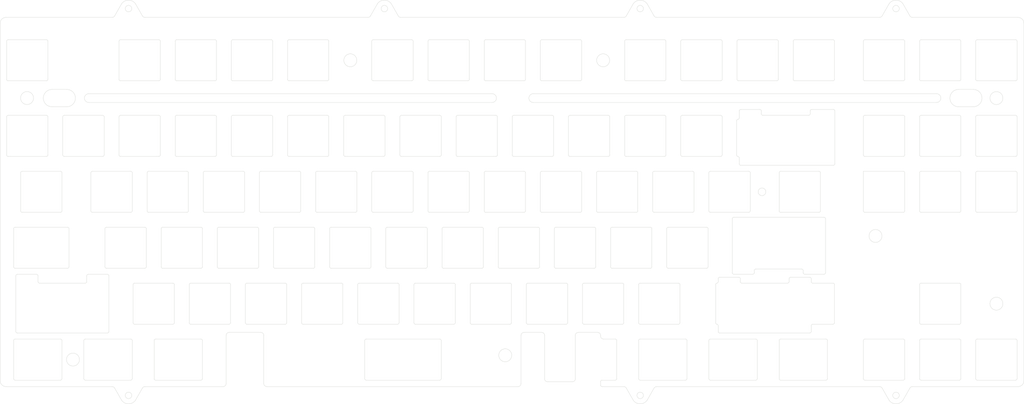
<source format=kicad_pcb>
(kicad_pcb (version 20210722) (generator pcbnew)

  (general
    (thickness 1.6)
  )

  (paper "A4")
  (layers
    (0 "F.Cu" signal)
    (31 "B.Cu" signal)
    (32 "B.Adhes" user "B.Adhesive")
    (33 "F.Adhes" user "F.Adhesive")
    (34 "B.Paste" user)
    (35 "F.Paste" user)
    (36 "B.SilkS" user "B.Silkscreen")
    (37 "F.SilkS" user "F.Silkscreen")
    (38 "B.Mask" user)
    (39 "F.Mask" user)
    (40 "Dwgs.User" user "User.Drawings")
    (41 "Cmts.User" user "User.Comments")
    (42 "Eco1.User" user "User.Eco1")
    (43 "Eco2.User" user "User.Eco2")
    (44 "Edge.Cuts" user)
    (45 "Margin" user)
    (46 "B.CrtYd" user "B.Courtyard")
    (47 "F.CrtYd" user "F.Courtyard")
    (48 "B.Fab" user)
    (49 "F.Fab" user)
    (50 "User.1" user)
    (51 "User.2" user)
    (52 "User.3" user)
    (53 "User.4" user)
    (54 "User.5" user)
    (55 "User.6" user)
    (56 "User.7" user)
    (57 "User.8" user)
    (58 "User.9" user)
  )

  (setup
    (pad_to_mask_clearance 0)
    (pcbplotparams
      (layerselection 0x00010fc_ffffffff)
      (disableapertmacros false)
      (usegerberextensions false)
      (usegerberattributes true)
      (usegerberadvancedattributes true)
      (creategerberjobfile true)
      (svguseinch false)
      (svgprecision 6)
      (excludeedgelayer true)
      (plotframeref false)
      (viasonmask false)
      (mode 1)
      (useauxorigin false)
      (hpglpennumber 1)
      (hpglpenspeed 20)
      (hpglpendiameter 15.000000)
      (dxfpolygonmode true)
      (dxfimperialunits true)
      (dxfusepcbnewfont true)
      (psnegative false)
      (psa4output false)
      (plotreference true)
      (plotvalue true)
      (plotinvisibletext false)
      (sketchpadsonfab false)
      (subtractmaskfromsilk false)
      (outputformat 1)
      (mirror false)
      (drillshape 1)
      (scaleselection 1)
      (outputdirectory "")
    )
  )

  (net 0 "")

  (gr_line (start 192.65324 26.205851) (end 190.27024 22.04862) (layer "Edge.Cuts") (width 0.1) (tstamp 00ef73c2-8bc0-49c2-a4f4-65c9e31f48d3))
  (gr_circle (center 175.38124 41.2488) (end 177.58124 41.2488) (layer "Edge.Cuts") (width 0.1) (fill none) (tstamp 01370b18-c86d-49e0-9eb0-24aaa0640369))
  (gr_arc (start 226.13724 113.2674) (end 226.13724 113.765098) (angle -90) (layer "Edge.Cuts") (width 0.1) (tstamp 0143fb2e-d2d8-41ee-a2c9-84e86f4b2a6e))
  (gr_arc (start 0.99974 54.0655) (end 0.99974 52.57241) (angle -180) (layer "Edge.Cuts") (width 0.1) (tstamp 014a5e88-bbca-4769-a3ca-954266aea40c))
  (gr_arc (start 187.93124 136.261) (end 187.93124 135.763302) (angle -90) (layer "Edge.Cuts") (width 0.1) (tstamp 017b2290-877c-41bd-b6f3-eef46d5ad16b))
  (gr_arc (start 86.63124 130.238) (end 86.63124 130.735698) (angle -90) (layer "Edge.Cuts") (width 0.1) (tstamp 025d9612-b961-4c87-bc1b-843510252a8b))
  (gr_arc (start 300.90024 54.0655) (end 300.90024 57.00192) (angle -180) (layer "Edge.Cuts") (width 0.1) (tstamp 02625b0e-c548-41a5-baf7-c43d2d36d645))
  (gr_arc (start 73.63124 130.238) (end 73.13124 130.238) (angle -90) (layer "Edge.Cuts") (width 0.1) (tstamp 028dfff6-8499-4b1c-8aa3-cc02a123b4e9))
  (gr_line (start 172.85624 98.3362) (end 172.85624 111.2756) (layer "Edge.Cuts") (width 0.1) (tstamp 0298dd66-a15b-4dbd-81a3-cb27335908e2))
  (gr_arc (start 315.23124 47.7194) (end 315.23124 48.217098) (angle -90) (layer "Edge.Cuts") (width 0.1) (tstamp 03ce5bd4-309a-4bad-8f1e-3e974900585d))
  (gr_arc (start 119.96824 149.201) (end 119.96824 149.698698) (angle -90) (layer "Edge.Cuts") (width 0.1) (tstamp 03de8ab0-93a1-41c4-92ec-38fd2811c647))
  (gr_line (start 269.10524 151.886) (end 193.52124 151.886) (layer "Edge.Cuts") (width 0.1) (tstamp 04b2f257-d968-4f95-9cfe-45a841a0c1a6))
  (gr_line (start 196.16824 73.8487) (end 183.16924 73.8487) (layer "Edge.Cuts") (width 0.1) (tstamp 04de8fab-b466-4a04-905b-0bdb8acf78ff))
  (gr_arc (start 215.21824 60.4116) (end 215.71824 60.4116) (angle -90) (layer "Edge.Cuts") (width 0.1) (tstamp 0547ed75-a2d0-4547-92a1-983bbc4f546b))
  (gr_line (start 205.69324 92.810999) (end 192.69424 92.810999) (layer "Edge.Cuts") (width 0.1) (tstamp 054ee1ba-bcc9-437b-91a0-baef94258a36))
  (gr_line (start 11.71884 34.28254) (end 24.71814 34.28254) (layer "Edge.Cuts") (width 0.1) (tstamp 0559682b-d9a2-4917-af98-d353f784743b))
  (gr_arc (start 151.70024 54.0655) (end 151.70024 52.57241) (angle -180) (layer "Edge.Cuts") (width 0.1) (tstamp 05dab023-ad24-4bd7-92a8-f8d27fb8a61f))
  (gr_arc (start 187.94024 154.872) (end 185.610246 156.545284) (angle -108.6325) (layer "Edge.Cuts") (width 0.1) (tstamp 0693e2e7-6838-4213-a665-ed390f6e2c59))
  (gr_arc (start 296.18124 79.3739) (end 296.68124 79.3739) (angle -90) (layer "Edge.Cuts") (width 0.1) (tstamp 06f435b7-40a8-4740-8c08-95de69413965))
  (gr_arc (start 34.24314 79.3739) (end 34.74314 79.3739) (angle -90) (layer "Edge.Cuts") (width 0.1) (tstamp 071a4c9b-6c11-4b7e-a541-c6944ddf4143))
  (gr_arc (start 105.68124 130.238) (end 105.68124 130.735698) (angle -90) (layer "Edge.Cuts") (width 0.1) (tstamp 072e5c95-8f05-41fd-8555-1663687ec8bd))
  (gr_arc (start 126.01924 60.4116) (end 126.01924 59.913902) (angle -90) (layer "Edge.Cuts") (width 0.1) (tstamp 08059745-a445-44d4-83ef-a3173b076221))
  (gr_arc (start 29.48064 130.238) (end 29.48064 130.735698) (angle -90) (layer "Edge.Cuts") (width 0.1) (tstamp 085c7310-b3da-43fe-941f-ddd39aea480a))
  (gr_arc (start 20.03234 152.881) (end 20.03234 151.885604) (angle -60.414) (layer "Edge.Cuts") (width 0.1) (tstamp 08901639-8d89-43ed-89e6-acbc63b6bb6a))
  (gr_line (start 239.81924 47.7194) (end 239.81924 34.780229) (layer "Edge.Cuts") (width 0.1) (tstamp 093303c1-9619-40df-b1fd-0b3342409319))
  (gr_arc (start -0.18886 149.2) (end -0.68886 149.2) (angle -90) (layer "Edge.Cuts") (width 0.1) (tstamp 098874d1-4cd9-4684-8d87-b893eccdc19d))
  (gr_line (start -26.38126 34.28254) (end -13.38166 34.28254) (layer "Edge.Cuts") (width 0.1) (tstamp 0a00e0d2-e150-44e4-b1d4-24cdb7859544))
  (gr_arc (start 2.19384 79.3739) (end 2.19384 78.876202) (angle -90) (layer "Edge.Cuts") (width 0.1) (tstamp 0a2e206c-85a7-467c-a495-a745d41320c1))
  (gr_arc (start 116.49424 34.780229) (end 116.49424 34.282532) (angle -90) (layer "Edge.Cuts") (width 0.1) (tstamp 0a3bd596-5fde-4077-84b8-4230305ef092))
  (gr_arc (start 264.13124 149.2) (end 263.63124 149.2) (angle -90) (layer "Edge.Cuts") (width 0.1) (tstamp 0a5e20ca-f4d6-4697-8f54-010752f921ed))
  (gr_line (start 168.38124 130.238) (end 168.38124 117.2986) (layer "Edge.Cuts") (width 0.1) (tstamp 0a6d05b1-7468-458f-9ee6-fb42b242371e))
  (gr_arc (start 91.39324 79.3739) (end 91.89324 79.3739) (angle -90) (layer "Edge.Cuts") (width 0.1) (tstamp 0a7fb08d-9629-49a5-8dd6-34d0315cb316))
  (gr_line (start 115.99424 47.7194) (end 115.99424 34.780229) (layer "Edge.Cuts") (width 0.1) (tstamp 0a9d95f2-d28f-47d5-bad8-1f192a6bf504))
  (gr_arc (start 86.63124 117.2986) (end 87.13124 117.2986) (angle -90) (layer "Edge.Cuts") (width 0.1) (tstamp 0afb6116-f4fe-449a-b6cd-a62468e5fe02))
  (gr_arc (start 53.29314 92.3133) (end 53.29314 92.810998) (angle -90) (layer "Edge.Cuts") (width 0.1) (tstamp 0b28d2f5-7c08-44c4-b788-4abf7d98a952))
  (gr_arc (start 23.62514 136.261) (end 23.62514 135.763302) (angle -90) (layer "Edge.Cuts") (width 0.1) (tstamp 0bf30758-5922-4fcf-ad6b-8b0a04610b74))
  (gr_line (start -24.50024 111.2754) (end -24.50024 98.3362) (layer "Edge.Cuts") (width 0.1) (tstamp 0c1ae630-687a-488d-987f-49ac3849244c))
  (gr_arc (start 227.12424 136.261) (end 227.62424 136.261) (angle -90) (layer "Edge.Cuts") (width 0.1) (tstamp 0c3ecde5-904f-47d7-b8ec-cec994d5289f))
  (gr_line (start 68.08064 117.2986) (end 68.08064 130.238) (layer "Edge.Cuts") (width 0.1) (tstamp 0ca785a4-c5ed-47e3-af94-269957863d29))
  (gr_line (start 277.63124 60.4116) (end 277.63124 73.351) (layer "Edge.Cuts") (width 0.1) (tstamp 0cdfda53-62ff-4662-acf9-083a07853497))
  (gr_circle (center 89.65624 41.2475) (end 91.85624 41.2475) (layer "Edge.Cuts") (width 0.1) (fill none) (tstamp 0d0ebf6a-cc32-4136-add4-416d3d0c1cce))
  (gr_line (start 222.01924 57.9231) (end 228.51824 57.9231) (layer "Edge.Cuts") (width 0.1) (tstamp 0d4508d1-72bb-44bd-9b6f-20d995d8d91a))
  (gr_arc (start 30.76884 47.7194) (end 30.26884 47.7194) (angle -90) (layer "Edge.Cuts") (width 0.1) (tstamp 0d55759e-44b4-4484-a7aa-4c382b6e5631))
  (gr_line (start 1.69384 92.3133) (end 1.69384 79.3739) (layer "Edge.Cuts") (width 0.1) (tstamp 0dd15747-9b6b-4ac9-82be-7061c347934f))
  (gr_line (start 243.18624 113.2674) (end 243.18624 112.5209) (layer "Edge.Cuts") (width 0.1) (tstamp 0de4457a-137a-4579-b8d2-2295926418b4))
  (gr_line (start 20.45564 98.3362) (end 20.45564 111.2756) (layer "Edge.Cuts") (width 0.1) (tstamp 0ec48860-0fef-4570-81ac-eb7618857b44))
  (gr_arc (start 148.54324 47.7194) (end 148.54324 48.217098) (angle -90) (layer "Edge.Cuts") (width 0.1) (tstamp 0ee2d762-aba9-4e18-bbed-15accd922acc))
  (gr_line (start 144.28124 117.2986) (end 144.28124 130.238) (layer "Edge.Cuts") (width 0.1) (tstamp 0f460092-60f9-46de-9364-baaad288b544))
  (gr_arc (start 105.68124 117.2986) (end 106.18124 117.2986) (angle -90) (layer "Edge.Cuts") (width 0.1) (tstamp 0f5d64d2-8634-4cc7-a9bd-990074f4e963))
  (gr_line (start 61.31824 151.886) (end 146.52424 151.886) (layer "Edge.Cuts") (width 0.1) (tstamp 0fa48321-9d44-47d8-b044-0d0fe4a66a64))
  (gr_arc (start 81.86824 73.351) (end 81.86824 73.848698) (angle -90) (layer "Edge.Cuts") (width 0.1) (tstamp 0fbcb7ac-7336-4a7f-9b45-125ca8ec5265))
  (gr_line (start 272.35524 22.04862) (end 269.97324 26.205851) (layer "Edge.Cuts") (width 0.1) (tstamp 0fc4c24a-097d-497a-a6ba-435c60a9bdb4))
  (gr_line (start 40.29384 78.8762) (end 53.29314 78.8762) (layer "Edge.Cuts") (width 0.1) (tstamp 0feaedf1-3add-4ced-9141-85f3e83ee1d7))
  (gr_arc (start 315.23124 34.780229) (end 315.73124 34.780229) (angle -90) (layer "Edge.Cuts") (width 0.1) (tstamp 1080f6a0-5855-4637-83e8-883e21fe6801))
  (gr_arc (start 264.13124 136.261) (end 264.13124 135.763302) (angle -90) (layer "Edge.Cuts") (width 0.1) (tstamp 10bc22c2-8936-47c6-b39e-fdd612ab0dfe))
  (gr_line (start 96.15624 111.7733) (end 83.15624 111.7733) (layer "Edge.Cuts") (width 0.1) (tstamp 1150482d-586e-4c83-86c0-90632d29f157))
  (gr_arc (start 39.00604 136.261) (end 39.50604 136.261) (angle -90) (layer "Edge.Cuts") (width 0.1) (tstamp 118f901d-f9bf-4f1f-8e0f-2fa3b7e6ddc4))
  (gr_line (start 102.20624 97.8385) (end 115.20624 97.8385) (layer "Edge.Cuts") (width 0.1) (tstamp 11a2f8d1-9a2e-41d2-a008-8a98a8b23bd4))
  (gr_line (start 153.30624 111.7733) (end 140.30624 111.7733) (layer "Edge.Cuts") (width 0.1) (tstamp 12885614-09e4-47e2-b531-6df8c5f3e35b))
  (gr_arc (start 210.45624 98.3362) (end 210.95624 98.3362) (angle -90) (layer "Edge.Cuts") (width 0.1) (tstamp 128d66ab-e6bf-4de6-996a-de316fe72552))
  (gr_line (start 215.71824 34.780229) (end 215.71824 47.7194) (layer "Edge.Cuts") (width 0.1) (tstamp 12f61026-5fa9-45d2-9c49-943126f0a145))
  (gr_line (start 250.78724 95.0016) (end 250.78724 113.2674) (layer "Edge.Cuts") (width 0.1) (tstamp 135cd163-33a9-45df-9c87-4b58e36989b9))
  (gr_arc (start 40.29384 79.3739) (end 40.29384 78.876202) (angle -90) (layer "Edge.Cuts") (width 0.1) (tstamp 138b351d-4667-4903-b335-eede7a9a2b83))
  (gr_line (start 110.44324 48.2171) (end 97.44424 48.2171) (layer "Edge.Cuts") (width 0.1) (tstamp 13b5c104-1e30-408d-ae18-c2314faa0c01))
  (gr_arc (start -26.38126 60.4116) (end -26.38126 59.913902) (angle -90) (layer "Edge.Cuts") (width 0.1) (tstamp 13ba6d18-2a96-4f2c-ae94-3b73b4bf160c))
  (gr_line (start 25.50634 111.2756) (end 25.50634 98.3362) (layer "Edge.Cuts") (width 0.1) (tstamp 13bdad5c-41ec-4dbe-8765-626048448521))
  (gr_line (start 73.63124 116.8009) (end 86.63124 116.8009) (layer "Edge.Cuts") (width 0.1) (tstamp 141313b5-baf2-4b39-8ace-4d662a2ff0da))
  (gr_arc (start 296.18124 73.351) (end 296.18124 73.848698) (angle -90) (layer "Edge.Cuts") (width 0.1) (tstamp 149c0e8c-eb04-4a4a-a741-a07017b42d71))
  (gr_arc (start 102.20624 111.2756) (end 101.70624 111.2756) (angle -90) (layer "Edge.Cuts") (width 0.1) (tstamp 14c625f1-3f15-41c6-a83d-1e60a7a57766))
  (gr_line (start -24.00024 97.8385) (end -6.23796 97.8385) (layer "Edge.Cuts") (width 0.1) (tstamp 1530da61-6885-4ac7-95d7-30f3100dac10))
  (gr_line (start 7.29954 113.8147) (end 0.80004 113.8147) (layer "Edge.Cuts") (width 0.1) (tstamp 156c4cb3-a350-4683-94e6-ae9c0e305fad))
  (gr_line (start 25.21814 60.4116) (end 25.21814 73.351) (layer "Edge.Cuts") (width 0.1) (tstamp 1579c128-176d-44e8-a8de-e4ebeaa46311))
  (gr_line (start 6.45634 111.2756) (end 6.45634 98.3362) (layer "Edge.Cuts") (width 0.1) (tstamp 15891019-e8ae-4310-be61-1469f53e678c))
  (gr_arc (start 43.76814 47.7194) (end 43.76814 48.217098) (angle -90) (layer "Edge.Cuts") (width 0.1) (tstamp 15db3099-475f-45f8-a173-67cb0fe2330e))
  (gr_arc (start -24.00024 111.2754) (end -24.50024 111.2754) (angle -90) (layer "Edge.Cuts") (width 0.1) (tstamp 15e6789b-7b61-4664-9774-5dd786b825c8))
  (gr_line (start 301.73124 149.2) (end 301.73124 136.261) (layer "Edge.Cuts") (width 0.1) (tstamp 164f190c-95f3-45c9-9802-8077258b56ef))
  (gr_line (start 97.44424 34.28254) (end 110.44324 34.28254) (layer "Edge.Cuts") (width 0.1) (tstamp 16761aaa-7a08-4416-9728-23fba6b1a962))
  (gr_arc (start 224.74324 79.3739) (end 225.24324 79.3739) (angle -90) (layer "Edge.Cuts") (width 0.1) (tstamp 16b2f8dd-3d9d-4135-b888-69a3ace1164e))
  (gr_line (start 187.14324 79.3739) (end 187.14324 92.3133) (layer "Edge.Cuts") (width 0.1) (tstamp 16cd5cf7-7dc8-4cd7-8e25-4374bc9b9477))
  (gr_arc (start 134.25624 98.3362) (end 134.75624 98.3362) (angle -90) (layer "Edge.Cuts") (width 0.1) (tstamp 16de32d5-5dbb-4067-99c9-4db021434603))
  (gr_line (start 296.68124 79.3739) (end 296.68124 92.3133) (layer "Edge.Cuts") (width 0.1) (tstamp 17488310-8568-41d8-b34d-d4e17d4fb0ac))
  (gr_arc (start 137.70024 54.0655) (end 137.70024 55.558589) (angle -180) (layer "Edge.Cuts") (width 0.1) (tstamp 1770d5d4-0ca6-4714-8c04-8604a5191102))
  (gr_line (start 225.24324 79.3739) (end 225.24324 92.3133) (layer "Edge.Cuts") (width 0.1) (tstamp 183ddbad-d71a-47c7-ac57-f00d5924d127))
  (gr_line (start 253.96824 58.4208) (end 253.96824 76.3382) (layer "Edge.Cuts") (width 0.1) (tstamp 188c07d8-642c-4c87-a517-98fb3dc8ebda))
  (gr_arc (start -0.18886 136.261) (end -0.18886 135.763302) (angle -90) (layer "Edge.Cuts") (width 0.1) (tstamp 19266f3b-c0e9-4ce8-943a-34d618ff2eb1))
  (gr_arc (start 246.42424 131.234) (end 246.42424 130.734) (angle -90) (layer "Edge.Cuts") (width 0.1) (tstamp 19df556d-aaaa-4f09-aa8f-71b7331ba3ec))
  (gr_arc (start 158.06824 60.4116) (end 158.56824 60.4116) (angle -90) (layer "Edge.Cuts") (width 0.1) (tstamp 1a8c237e-4cd6-4084-9bc5-ed0501c45e91))
  (gr_line (start 214.37524 133.225) (end 214.37524 131.222) (layer "Edge.Cuts") (width 0.1) (tstamp 1a936ee2-b43f-4579-913b-2186f2217a20))
  (gr_line (start -0.19996 116.8009) (end -15.75046 116.8009) (layer "Edge.Cuts") (width 0.1) (tstamp 1ae0c3f2-1ad4-4f43-bb95-ff1b18603b1c))
  (gr_arc (start 283.18124 130.238) (end 282.68124 130.238) (angle -90) (layer "Edge.Cuts") (width 0.1) (tstamp 1ae5c2dd-3b94-47cd-bdd8-8ccd0c80f950))
  (gr_arc (start 15.19314 79.3739) (end 15.69314 79.3739) (angle -90) (layer "Edge.Cuts") (width 0.1) (tstamp 1b12f6b5-9bee-404e-a279-8b6c523c8774))
  (gr_line (start 62.81814 48.2171) (end 49.81884 48.2171) (layer "Edge.Cuts") (width 0.1) (tstamp 1b27611e-4d6a-4439-8bec-af3d9dc876a0))
  (gr_arc (start 148.52424 134.519) (end 148.52424 133.523604) (angle -90) (layer "Edge.Cuts") (width 0.1) (tstamp 1b3af979-6271-42a2-ae57-e77d014b18ff))
  (gr_arc (start 167.59324 34.780229) (end 168.09324 34.780229) (angle -90) (layer "Edge.Cuts") (width 0.1) (tstamp 1b81c773-dc6d-48f4-b8c4-53d5cd5a684d))
  (gr_line (start 139.01824 73.8487) (end 126.01924 73.8487) (layer "Edge.Cuts") (width 0.1) (tstamp 1bf47ed1-72bf-4a68-bc1e-e2634b07e21d))
  (gr_line (start 248.55624 92.810999) (end 235.55624 92.810999) (layer "Edge.Cuts") (width 0.1) (tstamp 1c89dab7-3629-4255-ba2b-fd3aa6f2b454))
  (gr_line (start -5.73796 98.3362) (end -5.73796 111.2754) (layer "Edge.Cuts") (width 0.1) (tstamp 1db95582-377f-4664-84e4-0906c7b37de0))
  (gr_line (start 182.66924 73.351) (end 182.66924 60.4116) (layer "Edge.Cuts") (width 0.1) (tstamp 1f194159-dd6a-49ff-9b9e-0f3ec20d22b3))
  (gr_line (start 129.99324 34.780229) (end 129.99324 47.7194) (layer "Edge.Cuts") (width 0.1) (tstamp 1f2d1dca-bfbc-4fad-81d4-737accfc6426))
  (gr_circle (center 187.94024 154.872) (end 189.04024 154.872) (layer "Edge.Cuts") (width 0.1) (fill none) (tstamp 1fa0bf79-5a74-4d0f-b252-538aec74abca))
  (gr_arc (start 116.49424 92.3133) (end 115.99424 92.3133) (angle -90) (layer "Edge.Cuts") (width 0.1) (tstamp 20bd8351-7aa0-4373-904e-da550f53db6e))
  (gr_line (start 96.94424 92.3133) (end 96.94424 79.3739) (layer "Edge.Cuts") (width 0.1) (tstamp 2173845d-4a1f-4fde-a98d-fb9f5f67a3b7))
  (gr_arc (start 200.93124 117.2986) (end 201.43124 117.2986) (angle -90) (layer "Edge.Cuts") (width 0.1) (tstamp 21980b5b-7d28-41de-97a8-d9a95ca3159e))
  (gr_line (start 229.51824 59.9139) (end 245.06924 59.9139) (layer "Edge.Cuts") (width 0.1) (tstamp 219a33d0-f3df-44d5-afc0-94009ee148a5))
  (gr_line (start 269.10524 26.708068) (end 193.52124 26.708068) (layer "Edge.Cuts") (width 0.1) (tstamp 2207dfd1-047e-4e96-bab1-1a504779b535))
  (gr_line (start 315.73124 60.4116) (end 315.73124 73.351) (layer "Edge.Cuts") (width 0.1) (tstamp 22595f13-06d4-4178-bd24-9c437e7758b6))
  (gr_line (start 269.97324 152.388) (end 272.35524 156.545) (layer "Edge.Cuts") (width 0.1) (tstamp 22686f4d-c2ad-405d-a8b5-19d4cfcff51d))
  (gr_arc (start 106.96924 60.4116) (end 106.96924 59.913902) (angle -90) (layer "Edge.Cuts") (width 0.1) (tstamp 22dc805e-48db-4b99-a2f8-c5a6d121e0f4))
  (gr_line (start 54.58134 116.8009) (end 67.58064 116.8009) (layer "Edge.Cuts") (width 0.1) (tstamp 2324de4b-aee5-48e5-93b6-867d6f5eae67))
  (gr_arc (start 202.21924 34.780229) (end 202.21924 34.282532) (angle -90) (layer "Edge.Cuts") (width 0.1) (tstamp 232def52-31a5-44db-b090-fa72ed42e64f))
  (gr_line (start 154.59424 78.8762) (end 167.59324 78.8762) (layer "Edge.Cuts") (width 0.1) (tstamp 23352204-202c-49ae-8cb1-800a5ed60ca8))
  (gr_line (start 53.29314 92.810999) (end 40.29384 92.810999) (layer "Edge.Cuts") (width 0.1) (tstamp 233a0113-ccef-44e6-a82c-a6a07c552830))
  (gr_arc (start 62.81814 60.4116) (end 63.31814 60.4116) (angle -90) (layer "Edge.Cuts") (width 0.1) (tstamp 2375cc38-fe7d-46b6-b51f-977aaea08e40))
  (gr_arc (start 269.10524 25.712673) (end 269.10524 26.708068) (angle -60.4137) (layer "Edge.Cuts") (width 0.1) (tstamp 2393b9af-dd56-4ad1-a69e-83d33f85f385))
  (gr_line (start 43.76814 48.2171) (end 30.76884 48.2171) (layer "Edge.Cuts") (width 0.1) (tstamp 239b17e8-cd29-49c0-b985-399e09940b49))
  (gr_line (start 153.80624 98.3362) (end 153.80624 111.2756) (layer "Edge.Cuts") (width 0.1) (tstamp 23d93fd8-dad9-4514-992d-ebc8f9c22d45))
  (gr_arc (start 153.30624 98.3362) (end 153.80624 98.3362) (angle -90) (layer "Edge.Cuts") (width 0.1) (tstamp 24271fd6-23d7-492b-8de9-3fbe7672b7e4))
  (gr_line (start 46.52414 151.886) (end 20.03234 151.886) (layer "Edge.Cuts") (width 0.1) (tstamp 24412029-bacc-425c-a5e9-eca44123357a))
  (gr_line (start 111.73124 116.8009) (end 124.73124 116.8009) (layer "Edge.Cuts") (width 0.1) (tstamp 245f7d47-d005-4b8f-862b-fe0aa224fa5c))
  (gr_line (start 282.68124 92.3133) (end 282.68124 79.3739) (layer "Edge.Cuts") (width 0.1) (tstamp 248a5f4c-9d71-4641-beeb-821d12b54d66))
  (gr_line (start 168.88124 116.8009) (end 181.88124 116.8009) (layer "Edge.Cuts") (width 0.1) (tstamp 255281d0-8d3e-4982-a4c8-67d41ee4122f))
  (gr_line (start 211.24324 149.2) (end 211.24324 136.261) (layer "Edge.Cuts") (width 0.1) (tstamp 25aeb8c7-4cb1-49ae-9235-acae8de0c2a6))
  (gr_arc (start 110.44324 79.3739) (end 110.94324 79.3739) (angle -90) (layer "Edge.Cuts") (width 0.1) (tstamp 266f2892-e7fe-40c2-b083-eff0d3589807))
  (gr_line (start 235.05624 149.2) (end 235.05624 136.261) (layer "Edge.Cuts") (width 0.1) (tstamp 2689bdb4-1c7e-4486-bb7a-f347099602c4))
  (gr_line (start 283.18124 116.8009) (end 296.18124 116.8009) (layer "Edge.Cuts") (width 0.1) (tstamp 26af215c-5156-46b9-9608-0e08f7a6982e))
  (gr_line (start 250.28724 113.7651) (end 243.68624 113.7651) (layer "Edge.Cuts") (width 0.1) (tstamp 2780694f-960e-4a46-9ae1-5d334362e4a0))
  (gr_line (start -8.11916 79.3739) (end -8.11916 92.3133) (layer "Edge.Cuts") (width 0.1) (tstamp 279db4f8-bf55-4b7b-8386-d15852d813a5))
  (gr_line (start 39.79384 92.3133) (end 39.79384 79.3739) (layer "Edge.Cuts") (width 0.1) (tstamp 27cda1ea-f263-481e-a6a8-1b037970b211))
  (gr_line (start 211.74324 135.763) (end 227.12424 135.763) (layer "Edge.Cuts") (width 0.1) (tstamp 28244c22-2e36-42fb-b7dd-d4b444c00438))
  (gr_line (start 73.13124 130.238) (end 73.13124 117.2986) (layer "Edge.Cuts") (width 0.1) (tstamp 28901589-a616-49d8-8309-c5852e160ed6))
  (gr_arc (start 179.49924 149.2) (end 179.49924 149.697698) (angle -90) (layer "Edge.Cuts") (width 0.1) (tstamp 28ae892a-40cf-46ef-9d8e-421d3d2984d4))
  (gr_arc (start 234.26824 47.7194) (end 234.26824 48.217098) (angle -90) (layer "Edge.Cuts") (width 0.1) (tstamp 28c4f3fd-574c-4417-bf91-f52ded47a1f2))
  (gr_arc (start 296.18124 60.4116) (end 296.68124 60.4116) (angle -90) (layer "Edge.Cuts") (width 0.1) (tstamp 2930ea3b-11b2-4f3b-a449-9ac69c30c9b4))
  (gr_arc (start 154.52424 134.519) (end 155.52424 134.518999) (angle -89.99999931) (layer "Edge.Cuts") (width 0.1) (tstamp 29b5d933-0faa-4071-9248-3a89809e5cef))
  (gr_line (start 106.18124 117.2986) (end 106.18124 130.238) (layer "Edge.Cuts") (width 0.1) (tstamp 2a04acbc-ed2c-408e-8680-e071e7ab3efc))
  (gr_arc (start 245.42424 133.225) (end 245.42424 133.722698) (angle -90) (layer "Edge.Cuts") (width 0.1) (tstamp 2a079a30-1e49-4d76-b6d9-c19b9c6c60f7))
  (gr_arc (start 119.96824 73.351) (end 119.96824 73.848698) (angle -90) (layer "Edge.Cuts") (width 0.1) (tstamp 2b08bd82-ea20-4f63-bd6b-67e050c9230e))
  (gr_line (start 220.76924 47.7194) (end 220.76924 34.780229) (layer "Edge.Cuts") (width 0.1) (tstamp 2b5e9cd2-f381-4f3a-86e7-372300b2a209))
  (gr_line (start 253.81824 117.2986) (end 253.81824 130.238) (layer "Edge.Cuts") (width 0.1) (tstamp 2b7b15d4-6776-42f2-afe8-564ea27c6d97))
  (gr_arc (start 46.52414 150.891) (end 46.52414 151.891) (angle -90) (layer "Edge.Cuts") (width 0.1) (tstamp 2b86e9fa-006f-4979-812f-0164485d0494))
  (gr_arc (start 35.53134 117.2986) (end 35.53134 116.800902) (angle -90) (layer "Edge.Cuts") (width 0.1) (tstamp 2c40cd7f-a0f1-4037-9d2c-ab9fb2dbcbab))
  (gr_line (start -8.11896 136.261) (end -8.11896 149.2) (layer "Edge.Cuts") (width 0.1) (tstamp 2c672e68-e9c1-4ba8-86af-bc66a975e3ec))
  (gr_arc (start 61.31824 150.891) (end 60.322844 150.891) (angle -90) (layer "Edge.Cuts") (width 0.1) (tstamp 2c9a4417-bdfb-4443-bb34-2d144fada3f2))
  (gr_line (start 191.90624 98.3362) (end 191.90624 111.2756) (layer "Edge.Cuts") (width 0.1) (tstamp 2cbabf8b-53db-4557-8ad2-a0e9c478cb78))
  (gr_arc (start 135.54424 92.3133) (end 135.04424 92.3133) (angle -90) (layer "Edge.Cuts") (width 0.1) (tstamp 2cf1cee2-1fbe-47b2-9a35-191685ad5caa))
  (gr_arc (start 164.11924 60.4116) (end 164.11924 59.913902) (angle -90) (layer "Edge.Cuts") (width 0.1) (tstamp 2d0dac9f-2436-46ec-ac25-3cd2c4281639))
  (gr_line (start 302.23124 135.763) (end 315.23124 135.763) (layer "Edge.Cuts") (width 0.1) (tstamp 2dc33f8a-9224-4be6-b2b9-ae930c19d3eb))
  (gr_line (start 264.13124 135.763) (end 277.13124 135.763) (layer "Edge.Cuts") (width 0.1) (tstamp 2e1829f5-2357-4a06-b711-438217e245c8))
  (gr_line (start 192.69424 78.8762) (end 205.69324 78.8762) (layer "Edge.Cuts") (width 0.1) (tstamp 2e19a86e-76b3-4448-873b-f3ecbed09bf0))
  (gr_arc (start 29.48064 117.2986) (end 29.98064 117.2986) (angle -90) (layer "Edge.Cuts") (width 0.1) (tstamp 2e9f6bde-d48d-48f7-80ac-09d3790936e8))
  (gr_arc (start 140.30624 98.3362) (end 140.30624 97.838502) (angle -90) (layer "Edge.Cuts") (width 0.1) (tstamp 2f43fd82-11e6-4ffe-8185-ec4cd35a7941))
  (gr_arc (start 167.59324 92.3133) (end 167.59324 92.810998) (angle -90) (layer "Edge.Cuts") (width 0.1) (tstamp 2fb721c8-e60e-4c22-aff3-f172ac34a7d6))
  (gr_line (start -23.75011 133.225) (end -23.75011 114.3124) (layer "Edge.Cuts") (width 0.1) (tstamp 2fd05d6f-3975-424a-82ab-5568558ab0e7))
  (gr_line (start 202.21924 34.28254) (end 215.21824 34.28254) (layer "Edge.Cuts") (width 0.1) (tstamp 2fee2cde-e11a-4641-a6a0-879d16b3d111))
  (gr_arc (start 183.16924 47.7194) (end 182.66924 47.7194) (angle -90) (layer "Edge.Cuts") (width 0.1) (tstamp 3008c2a8-3ace-4d46-9d7c-93eba5846cf4))
  (gr_arc (start 202.21924 73.351) (end 201.71924 73.351) (angle -90) (layer "Edge.Cuts") (width 0.1) (tstamp 30202de2-1001-4335-a6ec-cc0a68187bc1))
  (gr_arc (start 302.23124 73.351) (end 301.73124 73.351) (angle -90) (layer "Edge.Cuts") (width 0.1) (tstamp 30b84bc2-a710-4ed8-808b-2c58df88628a))
  (gr_arc (start 181.88124 117.2986) (end 182.38124 117.2986) (angle -90) (layer "Edge.Cuts") (width 0.1) (tstamp 31598a35-a4bb-4604-83df-a8c7d3939747))
  (gr_line (start 68.36744 47.7194) (end 68.36744 34.780229) (layer "Edge.Cuts") (width 0.1) (tstamp 3174888f-17ce-43f5-85ed-1bf9d1c94415))
  (gr_line (start 196.16824 48.2171) (end 183.16924 48.2171) (layer "Edge.Cuts") (width 0.1) (tstamp 3279cfda-4e06-4b45-89d4-b32322677153))
  (gr_arc (start -23.25011 133.225) (end -23.75011 133.225) (angle -90) (layer "Edge.Cuts") (width 0.1) (tstamp 32afc633-fcda-4dc8-867f-e39271739f9a))
  (gr_arc (start 68.86744 34.780229) (end 68.86744 34.282532) (angle -90) (layer "Edge.Cuts") (width 0.1) (tstamp 32ed4ac4-65a4-4564-99b7-a1c19271d26a))
  (gr_arc (start 64.10634 111.2756) (end 63.60634 111.2756) (angle -90) (layer "Edge.Cuts") (width 0.1) (tstamp 32ff7f1b-ab8d-4adf-be5b-289a8a747d2f))
  (gr_arc (start 145.06924 73.351) (end 144.56924 73.351) (angle -90) (layer "Edge.Cuts") (width 0.1) (tstamp 331ebf08-18b7-4685-b66f-80cef044ed53))
  (gr_line (start 249.05624 79.3739) (end 249.05624 92.3133) (layer "Edge.Cuts") (width 0.1) (tstamp 337121a4-7c8e-4f92-8c60-d19d0fe0957f))
  (gr_line (start 91.89324 79.3739) (end 91.89324 92.3133) (layer "Edge.Cuts") (width 0.1) (tstamp 33b40ff7-0b23-4262-803c-49e52cc7bc30))
  (gr_arc (start 164.95024 149.248) (end 164.95024 150.248) (angle -90.00000069) (layer "Edge.Cuts") (width 0.1) (tstamp 34038d3f-1a69-4cf0-b198-a07f1702c0c0))
  (gr_arc (start 283.18124 60.4116) (end 283.18124 59.913902) (angle -90) (layer "Edge.Cuts") (width 0.1) (tstamp 3451e5a7-ca3d-47b0-9d08-a41b977926f2))
  (gr_line (start 178.40624 97.8385) (end 191.40624 97.8385) (layer "Edge.Cuts") (width 0.1) (tstamp 349d0e69-d0af-4edc-a3d3-b31e383548d3))
  (gr_line (start 78.39424 78.8762) (end 91.39324 78.8762) (layer "Edge.Cuts") (width 0.1) (tstamp 34a84c75-3671-4242-b7a4-e97d24c89721))
  (gr_arc (start 143.78124 130.238) (end 143.78124 130.735698) (angle -90) (layer "Edge.Cuts") (width 0.1) (tstamp 354b399a-383b-4eae-b63f-1e4b50b7afeb))
  (gr_arc (start 121.25624 111.2756) (end 120.75624 111.2756) (angle -90) (layer "Edge.Cuts") (width 0.1) (tstamp 35f83ae6-9100-4260-aaf6-5c9cdb156a02))
  (gr_arc (start 205.69324 79.3739) (end 206.19324 79.3739) (angle -90) (layer "Edge.Cuts") (width 0.1) (tstamp 368901ce-19c2-4832-83eb-5ed1e5956123))
  (gr_line (start 177.90624 111.2756) (end 177.90624 98.3362) (layer "Edge.Cuts") (width 0.1) (tstamp 36bb3c93-14d9-4b3b-adfe-dd080926d93e))
  (gr_arc (start 116.49424 47.7194) (end 115.99424 47.7194) (angle -90) (layer "Edge.Cuts") (width 0.1) (tstamp 371139da-6d21-473b-aeba-74b8416edf49))
  (gr_line (start 182.36024 26.708068) (end 106.77724 26.708068) (layer "Edge.Cuts") (width 0.1) (tstamp 373517af-1a45-4da7-b819-9b8818f7750b))
  (gr_line (start 250.93724 149.698) (end 235.55624 149.698) (layer "Edge.Cuts") (width 0.1) (tstamp 39231f90-1f7a-4452-a976-5a876e22347c))
  (gr_arc (start 26.00634 98.3362) (end 26.00634 97.838502) (angle -90) (layer "Edge.Cuts") (width 0.1) (tstamp 39581dd0-57c1-4306-af94-930b4d6e83d8))
  (gr_arc (start 154.59424 79.3739) (end 154.59424 78.876202) (angle -90) (layer "Edge.Cuts") (width 0.1) (tstamp 39cceecf-ce42-4abe-b556-c338f41da52a))
  (gr_line (start 251.43724 136.261) (end 251.43724 149.2) (layer "Edge.Cuts") (width 0.1) (tstamp 3a56a431-62a1-4c75-abe5-a25f7b88e98a))
  (gr_arc (start 5.66814 73.351) (end 5.66814 73.848698) (angle -90) (layer "Edge.Cuts") (width 0.1) (tstamp 3a880a5a-bbbe-41f6-8a69-819782cfce05))
  (gr_arc (start 154.59424 92.3133) (end 154.09424 92.3133) (angle -90) (layer "Edge.Cuts") (width 0.1) (tstamp 3b1fb339-c025-4b88-95ff-2754130e8c73))
  (gr_line (start 29.98064 117.2986) (end 29.98064 130.238) (layer "Edge.Cuts") (width 0.1) (tstamp 3b2987f8-4b3f-4f12-82da-79d668282597))
  (gr_line (start 277.63124 79.3739) (end 277.63124 92.3133) (layer "Edge.Cuts") (width 0.1) (tstamp 3b72c2da-0fea-42dd-bfaf-08e248b2bf7e))
  (gr_line (start 19.16374 152.388) (end 16.78154 156.545) (layer "Edge.Cuts") (width 0.1) (tstamp 3b8ac48c-9ae1-473e-8724-5010e7e6f1a8))
  (gr_line (start 226.63724 113.2674) (end 226.63724 112.5209) (layer "Edge.Cuts") (width 0.1) (tstamp 3bad0d96-3d35-4517-9dd8-7b0691663b72))
  (gr_line (start 58.55564 98.3362) (end 58.55564 111.2756) (layer "Edge.Cuts") (width 0.1) (tstamp 3bbfb00d-285e-4f1d-8027-e4e0c79fc5ab))
  (gr_line (start 116.49424 78.8762) (end 129.49324 78.8762) (layer "Edge.Cuts") (width 0.1) (tstamp 3c32bddb-63f2-43b8-b7b9-1a9ab75356cc))
  (gr_arc (start 178.40624 111.2756) (end 177.90624 111.2756) (angle -90) (layer "Edge.Cuts") (width 0.1) (tstamp 3c46217d-ee3e-4c84-86e5-52b68c09a1e0))
  (gr_arc (start 197.45624 98.3362) (end 197.45624 97.838502) (angle -90) (layer "Edge.Cuts") (width 0.1) (tstamp 3c823832-b2c6-486b-910d-f2a5b1129c9c))
  (gr_arc (start 221.11824 61.7774) (end 221.068528 61.282167) (angle -84.2678) (layer "Edge.Cuts") (width 0.1) (tstamp 3c883cca-9ffa-407e-9504-e84df1931271))
  (gr_arc (start 173.64424 92.3133) (end 173.14424 92.3133) (angle -90) (layer "Edge.Cuts") (width 0.1) (tstamp 3caa107d-549e-4b52-94a0-916a952ccba0))
  (gr_arc (start 67.58064 117.2986) (end 68.08064 117.2986) (angle -90) (layer "Edge.Cuts") (width 0.1) (tstamp 3ce835f5-ded1-4b76-82bb-0a38fe15bb8d))
  (gr_arc (start 121.25624 98.3362) (end 121.25624 97.838502) (angle -90) (layer "Edge.Cuts") (width 0.1) (tstamp 3d30becf-a8a3-4a72-ba67-f6483bf61fad))
  (gr_line (start 220.61824 73.356) (end 220.61824 61.7774) (layer "Edge.Cuts") (width 0.1) (tstamp 3d6c3936-e48f-4553-9d25-1f2018472391))
  (gr_line (start 246.06924 57.9231) (end 253.46824 57.9231) (layer "Edge.Cuts") (width 0.1) (tstamp 3d8d3d91-cfff-4f1f-8464-306152a3b111))
  (gr_arc (start 96.15624 111.2756) (end 96.15624 111.773298) (angle -90) (layer "Edge.Cuts") (width 0.1) (tstamp 3d9ea2a2-c2c5-4b6b-886f-3f9dea3f6196))
  (gr_arc (start 119.96824 60.4116) (end 120.46824 60.4116) (angle -90) (layer "Edge.Cuts") (width 0.1) (tstamp 3e15e372-cef3-4e7d-8490-fb8af422749d))
  (gr_line (start 49.31884 73.351) (end 49.31884 60.4116) (layer "Edge.Cuts") (width 0.1) (tstamp 3e1ec3d0-b6eb-4f9d-ac79-121c308399ea))
  (gr_line (start 98.866239 22.04862) (end 96.48424 26.205851) (layer "Edge.Cuts") (width 0.1) (tstamp 3e4ee73c-688c-41d5-bcca-594bb0d1378c))
  (gr_line (start 110.94324 79.3739) (end 110.94324 92.3133) (layer "Edge.Cuts") (width 0.1) (tstamp 3e84f3bb-c511-4ceb-a38a-15cfc1421c42))
  (gr_line (start 177.61824 60.4116) (end 177.61824 73.351) (layer "Edge.Cuts") (width 0.1) (tstamp 3efdfe34-e34b-4743-993b-b9d085adc186))
  (gr_line (start 179.49924 149.698) (end 174.99924 149.698) (layer "Edge.Cuts") (width 0.1) (tstamp 3f129f0f-3a03-4425-9436-0354f8942f4e))
  (gr_line (start 5.66814 73.8487) (end -7.33116 73.8487) (layer "Edge.Cuts") (width 0.1) (tstamp 3f36e4d3-0dd7-4932-8457-6a4a3c8007fb))
  (gr_arc (start 187.94024 23.72188) (end 190.270248 22.048617) (angle -108.6325) (layer "Edge.Cuts") (width 0.1) (tstamp 3f3768d9-30f1-4a11-bd86-0816ce2a5ef4))
  (gr_arc (start 302.23124 60.4116) (end 302.23124 59.913902) (angle -90) (layer "Edge.Cuts") (width 0.1) (tstamp 3f87b068-2311-4e1d-a023-60609a27f616))
  (gr_line (start 277.13124 73.8487) (end 264.13124 73.8487) (layer "Edge.Cuts") (width 0.1) (tstamp 3fe49fa3-f4fe-42d1-9648-397830d508ad))
  (gr_line (start 159.35624 97.8385) (end 172.35624 97.8385) (layer "Edge.Cuts") (width 0.1) (tstamp 3ff40411-e315-434f-b733-b04402249d59))
  (gr_line (start 245.92424 115.3078) (end 245.92424 116.3032) (layer "Edge.Cuts") (width 0.1) (tstamp 3ff5c195-edde-43f4-aaf2-413aae95bd4d))
  (gr_line (start 163.61924 73.351) (end 163.61924 60.4116) (layer "Edge.Cuts") (width 0.1) (tstamp 404bc720-b094-41e7-9b54-c06b3f668450))
  (gr_line (start 197.45624 97.8385) (end 210.45624 97.8385) (layer "Edge.Cuts") (width 0.1) (tstamp 407e05cb-7c96-4479-9936-ee5d61973b47))
  (gr_line (start 224.74324 92.810999) (end 211.74424 92.810999) (layer "Edge.Cuts") (width 0.1) (tstamp 40ee336c-8d8c-476c-8252-34f76460c8a7))
  (gr_line (start 238.42524 116.3032) (end 238.42524 115.3078) (layer "Edge.Cuts") (width 0.1) (tstamp 41e6c813-f361-416c-ad45-15329c319bf0))
  (gr_arc (start 221.26924 47.7194) (end 220.76924 47.7194) (angle -90) (layer "Edge.Cuts") (width 0.1) (tstamp 420c7834-432c-43b1-9936-2d3b7c4a903c))
  (gr_line (start 92.18124 130.238) (end 92.18124 117.2986) (layer "Edge.Cuts") (width 0.1) (tstamp 42db0a54-1d68-4b0f-9d9a-67944e331e02))
  (gr_line (start 15.69354 136.261) (end 15.69354 149.2) (layer "Edge.Cuts") (width 0.1) (tstamp 42ea91aa-f4ef-4e5f-8048-b1838e56efbb))
  (gr_line (start 196.95624 111.2756) (end 196.95624 98.3362) (layer "Edge.Cuts") (width 0.1) (tstamp 42f1badb-ada9-4fbb-93f5-d84ab74ad8d0))
  (gr_arc (start 145.06924 60.4116) (end 145.06924 59.913902) (angle -90) (layer "Edge.Cuts") (width 0.1) (tstamp 436410db-e22f-4a3e-805c-80a077131b0c))
  (gr_line (start 68.36744 73.351) (end 68.36744 60.4116) (layer "Edge.Cuts") (width 0.1) (tstamp 43a7814e-a708-48bf-8a66-2a66bf3aab3f))
  (gr_arc (start 315.23124 149.2) (end 315.23124 149.697698) (angle -90) (layer "Edge.Cuts") (width 0.1) (tstamp 43b9d041-57e2-43ac-aa63-c303c35ddc5d))
  (gr_arc (start 77.10624 111.2756) (end 77.10624 111.773298) (angle -90) (layer "Edge.Cuts") (width 0.1) (tstamp 43cff1b2-69f7-4a60-ac70-03cc297c5ac9))
  (gr_line (start 296.18124 149.698) (end 283.18124 149.698) (layer "Edge.Cuts") (width 0.1) (tstamp 43dd0a73-ca5a-4a39-ac26-3c5c31293962))
  (gr_line (start 23.62514 135.763) (end 39.00604 135.763) (layer "Edge.Cuts") (width 0.1) (tstamp 43f710b0-7ae9-4a83-a01d-bb77faf1f177))
  (gr_arc (start 234.26824 34.780229) (end 234.76824 34.780229) (angle -90) (layer "Edge.Cuts") (width 0.1) (tstamp 444ff814-e2bf-41d0-a572-5d7d4c85b2fe))
  (gr_line (start 296.68124 60.4116) (end 296.68124 73.351) (layer "Edge.Cuts") (width 0.1) (tstamp 44503e00-8883-4dff-b64a-84bca8b90bac))
  (gr_arc (start 54.58134 130.238) (end 54.08134 130.238) (angle -90) (layer "Edge.Cuts") (width 0.1) (tstamp 44533cb3-4cdc-4b02-9b1c-af1031ce2e56))
  (gr_arc (start 280.26624 152.881) (end 280.26624 151.885604) (angle -60.414) (layer "Edge.Cuts") (width 0.1) (tstamp 446c7218-a634-4f1f-98c3-903e2fa3e379))
  (gr_arc (start 23.62514 149.2) (end 23.12514 149.2) (angle -90) (layer "Edge.Cuts") (width 0.1) (tstamp 446ee0a6-2ba3-479b-bc4d-1464fde96f4a))
  (gr_arc (start 111.73124 130.238) (end 111.23124 130.238) (angle -90) (layer "Edge.Cuts") (width 0.1) (tstamp 44a474ea-514f-4aba-b4d8-d541e8ee3910))
  (gr_arc (start 203.31224 136.261) (end 203.81224 136.261) (angle -90) (layer "Edge.Cuts") (width 0.1) (tstamp 44a526fe-5c04-49ec-a3de-0f352cbf8213))
  (gr_line (start 35.53134 116.8009) (end 48.53064 116.8009) (layer "Edge.Cuts") (width 0.1) (tstamp 45b609e6-d087-4bc3-a03a-3591b8f8b83d))
  (gr_arc (start 264.13124 60.4116) (end 264.13124 59.913902) (angle -90) (layer "Edge.Cuts") (width 0.1) (tstamp 4601d43d-56b6-40ce-a7d8-8d1c2947d803))
  (gr_arc (start 214.87524 133.225) (end 214.37524 133.225) (angle -90) (layer "Edge.Cuts") (width 0.1) (tstamp 4626ded7-6728-4858-9d8e-f1445b7d5f84))
  (gr_line (start 116.49424 34.28254) (end 129.49324 34.28254) (layer "Edge.Cuts") (width 0.1) (tstamp 4644a68d-f239-4cd2-a24b-03016fb549c6))
  (gr_arc (start 92.68124 117.2986) (end 92.68124 116.800902) (angle -90) (layer "Edge.Cuts") (width 0.1) (tstamp 46b8c2c1-d6b3-43b8-b66b-486da3f182dd))
  (gr_line (start 151.70024 52.5724) (end 288.40024 52.5724) (layer "Edge.Cuts") (width 0.1) (tstamp 46c29535-0d0a-4146-9d7e-bf3118cfb415))
  (gr_arc (start 7.29954 133.225) (end 7.29954 133.722698) (angle -90) (layer "Edge.Cuts") (width 0.1) (tstamp 46e78c2c-466c-46c3-ae5a-aec1f8aaefcd))
  (gr_line (start 173.14424 92.3133) (end 173.14424 79.3739) (layer "Edge.Cuts") (width 0.1) (tstamp 46f252e2-464c-4e13-9624-bada6f7beaf0))
  (gr_arc (start 315.23124 136.261) (end 315.73124 136.261) (angle -90) (layer "Edge.Cuts") (width 0.1) (tstamp 470cadf8-d5ef-46a6-aaa0-a09307034573))
  (gr_line (start 229.01824 58.4208) (end 229.01824 59.416199) (layer "Edge.Cuts") (width 0.1) (tstamp 47ca8897-e286-44a5-b8ab-029560ada217))
  (gr_line (start 6.16814 60.4116) (end 6.16814 73.351) (layer "Edge.Cuts") (width 0.1) (tstamp 47d5a1c4-8835-4bd9-8fcc-d48924473230))
  (gr_arc (start 34.24314 92.3133) (end 34.24314 92.810998) (angle -90) (layer "Edge.Cuts") (width 0.1) (tstamp 48171a74-04c8-4a97-b9ad-c584922d0d81))
  (gr_arc (start 183.16924 60.4116) (end 183.16924 59.913902) (angle -90) (layer "Edge.Cuts") (width 0.1) (tstamp 485b1910-1237-490c-89c7-2704db133be7))
  (gr_line (start 158.06824 73.8487) (end 145.06924 73.8487) (layer "Edge.Cuts") (width 0.1) (tstamp 48ee9af6-1c31-4db2-8aff-cc9839d584dd))
  (gr_line (start 68.86744 34.28254) (end 81.86824 34.28254) (layer "Edge.Cuts") (width 0.1) (tstamp 4929f00c-9fea-4a2b-a221-dcf8a107cd13))
  (gr_arc (start 143.78124 117.2986) (end 144.28124 117.2986) (angle -90) (layer "Edge.Cuts") (width 0.1) (tstamp 4939fa3d-0a0c-4b00-bd65-b421a0732f6b))
  (gr_line (start -8.61896 135.763) (end -24 135.763) (layer "Edge.Cuts") (width 0.1) (tstamp 4947755c-9176-4c56-ba80-e2aff9913d2b))
  (gr_arc (start -7.33116 60.4116) (end -7.33116 59.913902) (angle -90) (layer "Edge.Cuts") (width 0.1) (tstamp 4ab752f6-d153-47d3-ba60-80d59224493c))
  (gr_line (start 315.73124 34.780229) (end 315.73124 47.7194) (layer "Edge.Cuts") (width 0.1) (tstamp 4ad2c2c8-cb18-4d61-ad49-76c7fabc3dab))
  (gr_arc (start -24 136.261) (end -24 135.763302) (angle -90) (layer "Edge.Cuts") (width 0.1) (tstamp 4aea72c1-2240-4b2d-a654-a67fe0a0024c))
  (gr_arc (start 58.05564 111.2756) (end 58.05564 111.773298) (angle -90) (layer "Edge.Cuts") (width 0.1) (tstamp 4b7de0f1-dd11-4182-9239-fd5a3b05efb0))
  (gr_line (start 9.73934 152.388) (end 12.12154 156.545) (layer "Edge.Cuts") (width 0.1) (tstamp 4c4ceba6-b7e9-42d2-9ff4-126c77ed5909))
  (gr_line (start 8.87074 151.886) (end -27.08483 151.886) (layer "Edge.Cuts") (width 0.1) (tstamp 4c546a44-a00f-4d50-9baf-47b180268ed2))
  (gr_line (start 77.60624 98.3362) (end 77.60624 111.2756) (layer "Edge.Cuts") (width 0.1) (tstamp 4c89f61a-be14-4e1a-8dd3-4626c0ae30ed))
  (gr_arc (start 159.35624 111.2756) (end 158.85624 111.2756) (angle -90) (layer "Edge.Cuts") (width 0.1) (tstamp 4c8edd44-04fb-4fc4-b099-1cd18cb2576d))
  (gr_line (start 253.46824 76.8359) (end 222.01924 76.8359) (layer "Edge.Cuts") (width 0.1) (tstamp 4ca14147-b32f-4ad8-b19e-e0174bfbff8b))
  (gr_line (start 201.43124 117.2986) (end 201.43124 130.238) (layer "Edge.Cuts") (width 0.1) (tstamp 4cccfde6-4409-413f-8671-09dc2c8ab348))
  (gr_line (start 106.96924 59.9139) (end 119.96824 59.9139) (layer "Edge.Cuts") (width 0.1) (tstamp 4d360666-a4ec-498c-87e0-f2ba598e871a))
  (gr_arc (start 95.06124 149.201) (end 94.56124 149.201) (angle -90) (layer "Edge.Cuts") (width 0.1) (tstamp 4d571e3d-31b1-4858-8332-aa04583d93d6))
  (gr_line (start 162.83124 130.736) (end 149.83124 130.736) (layer "Edge.Cuts") (width 0.1) (tstamp 4dc6eb24-11e3-4a2f-8207-a81d4e578d33))
  (gr_arc (start 100.91824 73.351) (end 100.91824 73.848698) (angle -90) (layer "Edge.Cuts") (width 0.1) (tstamp 4e3e88a7-2e32-49af-813e-c901bbbed416))
  (gr_line (start 30.26884 73.351) (end 30.26884 60.4116) (layer "Edge.Cuts") (width 0.1) (tstamp 4e60bc3b-3180-467b-8976-0664a9989df4))
  (gr_arc (start 97.44424 47.7194) (end 96.94424 47.7194) (angle -90) (layer "Edge.Cuts") (width 0.1) (tstamp 4e6e9490-9358-4eec-9631-cc6423db0052))
  (gr_arc (start 186.64324 92.3133) (end 186.64324 92.810998) (angle -90) (layer "Edge.Cuts") (width 0.1) (tstamp 4e868a59-c319-45b9-85f9-7c576d30d2a1))
  (gr_line (start 164.95024 150.244) (end 156.52424 150.244) (layer "Edge.Cuts") (width 0.1) (tstamp 4ebb5375-0133-4d38-b52c-8b31b5dbeab7))
  (gr_arc (start 187.93124 149.2) (end 187.43124 149.2) (angle -90) (layer "Edge.Cuts") (width 0.1) (tstamp 4fd8f587-f343-41e8-8ffe-eef076178fa4))
  (gr_line (start 121.25624 97.8385) (end 134.25624 97.8385) (layer "Edge.Cuts") (width 0.1) (tstamp 50033e30-551e-4c91-8173-f907d488a2eb))
  (gr_line (start 23.12514 149.2) (end 23.12514 136.261) (layer "Edge.Cuts") (width 0.1) (tstamp 5010c760-3083-4373-9712-b4c0fe37595e))
  (gr_arc (start 183.16924 34.780229) (end 183.16924 34.282532) (angle -90) (layer "Edge.Cuts") (width 0.1) (tstamp 5076c693-d0bb-45d5-8c47-6228b402c792))
  (gr_line (start 135.54424 78.8762) (end 148.54324 78.8762) (layer "Edge.Cuts") (width 0.1) (tstamp 50a993c3-c3b0-4e5f-bafd-c254135dae19))
  (gr_arc (start 215.21824 73.351) (end 215.21824 73.848698) (angle -90) (layer "Edge.Cuts") (width 0.1) (tstamp 50d20b33-846f-4032-a623-8a4ea0c44676))
  (gr_arc (start 211.74324 149.2) (end 211.24324 149.2) (angle -90) (layer "Edge.Cuts") (width 0.1) (tstamp 514031e7-d46b-4c50-99d0-27370e340068))
  (gr_arc (start 277.13124 60.4116) (end 277.63124 60.4116) (angle -90) (layer "Edge.Cuts") (width 0.1) (tstamp 5152e047-5dfd-4cf5-a434-dd39882ce09b))
  (gr_arc (start 196.16824 47.7194) (end 196.16824 48.217098) (angle -90) (layer "Edge.Cuts") (width 0.1) (tstamp 51a1a135-72e3-4667-ac93-4e59fd59cc87))
  (gr_arc (start 8.87074 25.712673) (end 8.87074 26.708068) (angle -60.4137) (layer "Edge.Cuts") (width 0.1) (tstamp 51c6e888-c851-472e-8a0b-43a44dc0a745))
  (gr_line (start 277.63124 34.780229) (end 277.63124 47.7194) (layer "Edge.Cuts") (width 0.1) (tstamp 52434e50-338a-4a71-bed8-ecd0876bdfa4))
  (gr_line (start 227.62424 136.261) (end 227.62424 149.2) (layer "Edge.Cuts") (width 0.1) (tstamp 5332f625-8e5d-45ec-adaa-bc315b6d1de6))
  (gr_arc (start 229.51824 59.416199) (end 229.020542 59.416199) (angle -90) (layer "Edge.Cuts") (width 0.1) (tstamp 533a5f82-ff8c-4334-9ad4-bbf9f550297e))
  (gr_arc (start 11.71884 73.351) (end 11.21884 73.351) (angle -90) (layer "Edge.Cuts") (width 0.1) (tstamp 54235049-c382-4534-966a-20893ded687a))
  (gr_line (start 129.49324 48.2171) (end 116.49424 48.2171) (layer "Edge.Cuts") (width 0.1) (tstamp 5425de90-b2c8-4b5c-9adf-59f496377929))
  (gr_line (start 144.56924 73.351) (end 144.56924 60.4116) (layer "Edge.Cuts") (width 0.1) (tstamp 54912c83-7239-4180-96a6-f7691f70c0b1))
  (gr_line (start 174.49924 134.519) (end 174.49924 134.768) (layer "Edge.Cuts") (width 0.1) (tstamp 5496396f-7cad-4b20-b017-7b80ca9c506c))
  (gr_line (start -21.61875 78.8762) (end -8.61916 78.8762) (layer "Edge.Cuts") (width 0.1) (tstamp 54a48202-116c-48af-9c77-5353a406cb55))
  (gr_arc (start 48.53064 130.238) (end 48.53064 130.735698) (angle -90) (layer "Edge.Cuts") (width 0.1) (tstamp 54b07cd1-e11a-4ac7-b808-d81a030e342f))
  (gr_arc (start 159.35624 98.3362) (end 159.35624 97.838502) (angle -90) (layer "Edge.Cuts") (width 0.1) (tstamp 54d71f59-921e-4985-ada6-c0219e182412))
  (gr_line (start 315.73124 79.3739) (end 315.73124 92.3133) (layer "Edge.Cuts") (width 0.1) (tstamp 551078f4-10bb-45e4-af93-94d8bd59a8c0))
  (gr_arc (start 302.23124 92.3133) (end 301.73124 92.3133) (angle -90) (layer "Edge.Cuts") (width 0.1) (tstamp 5514e643-a910-4ce2-a0fd-09aa1c1f1420))
  (gr_arc (start 91.39324 92.3133) (end 91.39324 92.810998) (angle -90) (layer "Edge.Cuts") (width 0.1) (tstamp 5517ab9f-cb58-4c8c-8beb-136c46d896f7))
  (gr_arc (start 235.55624 149.2) (end 235.05624 149.2) (angle -90) (layer "Edge.Cuts") (width 0.1) (tstamp 5546adac-b2a9-433b-aa52-72cd7d97d3c5))
  (gr_arc (start 219.63624 95.0016) (end 219.63624 94.503902) (angle -90) (layer "Edge.Cuts") (width 0.1) (tstamp 55aa8812-c77b-48ca-9c55-e653ebf093eb))
  (gr_arc (start 248.55624 92.3133) (end 248.55624 92.810998) (angle -90) (layer "Edge.Cuts") (width 0.1) (tstamp 55e27916-25ab-4ccf-9301-ac684c52d2a6))
  (gr_arc (start 214.87524 115.3078) (end 214.87524 114.810102) (angle -90) (layer "Edge.Cuts") (width 0.1) (tstamp 5633498e-8297-4c20-a3e7-3f45730c81a9))
  (gr_arc (start 283.18124 79.3739) (end 283.18124 78.876202) (angle -90) (layer "Edge.Cuts") (width 0.1) (tstamp 5686008f-47a0-439d-bcb1-74bbd1ea3a11))
  (gr_line (start 163.33124 117.2986) (end 163.33124 130.238) (layer "Edge.Cuts") (width 0.1) (tstamp 573ab1cf-c54b-4fb6-98b4-a81f2df9f76b))
  (gr_line (start 134.75624 98.3362) (end 134.75624 111.2756) (layer "Edge.Cuts") (width 0.1) (tstamp 5787cf0b-5cdd-42c7-81cd-15067ef94f79))
  (gr_arc (start 277.13124 136.261) (end 277.63124 136.261) (angle -90) (layer "Edge.Cuts") (width 0.1) (tstamp 57d44fd2-56a9-42af-8b93-f64336715cd5))
  (gr_line (start 302.23124 78.8762) (end 315.23124 78.8762) (layer "Edge.Cuts") (width 0.1) (tstamp 57e36ef9-6996-496c-9a67-654e6e7bf86f))
  (gr_line (start 129.49324 92.810999) (end 116.49424 92.810999) (layer "Edge.Cuts") (width 0.1) (tstamp 57fad905-b759-4e41-b12f-80b4a0f946cc))
  (gr_line (start 8.87074 26.708068) (end -27.08483 26.708068) (layer "Edge.Cuts") (width 0.1) (tstamp 580fcf3e-f9c6-47a8-9fb5-ee954d835cea))
  (gr_line (start 137.70024 55.5586) (end 0.99974 55.5586) (layer "Edge.Cuts") (width 0.1) (tstamp 58824e35-8aee-4199-b6ad-b8402a82e47c))
  (gr_line (start 63.60634 111.2756) (end 63.60634 98.3362) (layer "Edge.Cuts") (width 0.1) (tstamp 58cdf178-d7b7-4f4b-84c9-83eb7f75547a))
  (gr_arc (start 221.37524 115.3078) (end 221.87524 115.3078) (angle -90) (layer "Edge.Cuts") (width 0.1) (tstamp 593acac0-3dc7-4ad1-8cba-77b971cb3ebc))
  (gr_arc (start 182.36024 152.881) (end 183.228872 152.387822) (angle -60.4137) (layer "Edge.Cuts") (width 0.1) (tstamp 59870d59-35cb-4572-8e6b-0fcdedf692ba))
  (gr_line (start 155.52424 134.519) (end 155.52424 149.248) (layer "Edge.Cuts") (width 0.1) (tstamp 5a1a7388-4a65-4022-ad60-261dbf0a4895))
  (gr_line (start 211.74424 78.8762) (end 224.74324 78.8762) (layer "Edge.Cuts") (width 0.1) (tstamp 5a2752ba-ec7f-4330-90ef-75fc8cc12649))
  (gr_arc (start 146.52424 150.891) (end 146.52424 151.891) (angle -90) (layer "Edge.Cuts") (width 0.1) (tstamp 5a2a3abf-b3ec-469c-a70f-cf055e18b659))
  (gr_line (start 135.54424 34.28254) (end 148.54324 34.28254) (layer "Edge.Cuts") (width 0.1) (tstamp 5a619266-2c1f-41bc-9c0b-b3f353777e1e))
  (gr_arc (start 96.15624 98.3362) (end 96.65624 98.3362) (angle -90) (layer "Edge.Cuts") (width 0.1) (tstamp 5b0620ed-3f2a-42a5-8edd-1d7281b29a65))
  (gr_line (start 173.64424 78.8762) (end 186.64324 78.8762) (layer "Edge.Cuts") (width 0.1) (tstamp 5b971889-57e2-4a0f-95a0-288fa1a34d1a))
  (gr_arc (start 11.71884 34.780229) (end 11.71884 34.282532) (angle -90) (layer "Edge.Cuts") (width 0.1) (tstamp 5bae3cb1-c0d4-4a63-8220-5bbcd7eeb6f5))
  (gr_arc (start 196.16824 34.780229) (end 196.66824 34.780229) (angle -90) (layer "Edge.Cuts") (width 0.1) (tstamp 5bb71bad-ee1f-4757-8b0a-8bb60011c548))
  (gr_arc (start 277.13124 34.780229) (end 277.63124 34.780229) (angle -90) (layer "Edge.Cuts") (width 0.1) (tstamp 5bc38961-e8dd-4dfc-9d5c-b08de14d391d))
  (gr_arc (start 193.52124 152.881) (end 193.52124 151.885604) (angle -60.414) (layer "Edge.Cuts") (width 0.1) (tstamp 5bd476b0-02ce-46f5-9acd-04cd0a9ce8ee))
  (gr_arc (start 283.18124 73.351) (end 282.68124 73.351) (angle -90) (layer "Edge.Cuts") (width 0.1) (tstamp 5bd9aa69-71ec-47b2-a26a-e94462f162ac))
  (gr_arc (start 15.19354 149.2) (end 15.19354 149.697698) (angle -90) (layer "Edge.Cuts") (width 0.1) (tstamp 5c1bb89b-2bb6-4815-9dcc-d2abe1a2d7b9))
  (gr_arc (start -13.38166 34.780229) (end -12.88166 34.780229) (angle -90) (layer "Edge.Cuts") (width 0.1) (tstamp 5c4bb328-788b-4853-ab29-e6145867b311))
  (gr_arc (start 174.99924 151.388) (end 174.501542 151.388) (angle -90) (layer "Edge.Cuts") (width 0.1) (tstamp 5c624edf-8c68-450f-82fa-cbef94972fe9))
  (gr_arc (start 78.39424 92.3133) (end 77.89424 92.3133) (angle -90) (layer "Edge.Cuts") (width 0.1) (tstamp 5c828824-62d9-4f8e-acfa-b321e344f06e))
  (gr_line (start 187.43124 130.238) (end 187.43124 117.2986) (layer "Edge.Cuts") (width 0.1) (tstamp 5c8b35da-7699-4892-8420-50309920d650))
  (gr_arc (start 130.78124 117.2986) (end 130.78124 116.800902) (angle -90) (layer "Edge.Cuts") (width 0.1) (tstamp 5ce344ea-ae12-4b2a-987b-48f66576bfa9))
  (gr_arc (start -26.38126 47.7194) (end -26.88126 47.7194) (angle -90) (layer "Edge.Cuts") (width 0.1) (tstamp 5d0e730b-8504-4482-b798-6d4c46370947))
  (gr_line (start 16.48134 116.8009) (end 29.48064 116.8009) (layer "Edge.Cuts") (width 0.1) (tstamp 5d2a4b24-2166-408d-b3ff-0b678190bb7c))
  (gr_arc (start 16.48134 130.238) (end 15.98134 130.238) (angle -90) (layer "Edge.Cuts") (width 0.1) (tstamp 5d45de87-365f-4270-964d-f292642477a1))
  (gr_line (start 264.13124 34.28254) (end 277.13124 34.28254) (layer "Edge.Cuts") (width 0.1) (tstamp 5d71e597-929c-4944-ab79-664d6db15105))
  (gr_arc (start 48.53064 117.2986) (end 49.03064 117.2986) (angle -90) (layer "Edge.Cuts") (width 0.1) (tstamp 5da2d4b8-30ad-4ec5-b016-2e8716fc64b6))
  (gr_arc (start 106.96924 73.351) (end 106.46924 73.351) (angle -90) (layer "Edge.Cuts") (width 0.1) (tstamp 5db39016-d371-48a9-82eb-de8d152dba41))
  (gr_arc (start 95.06124 136.261) (end 95.06124 135.763302) (angle -90) (layer "Edge.Cuts") (width 0.1) (tstamp 5ebd11b1-cd83-4c6c-974b-56f303b965cd))
  (gr_arc (start 101.19624 23.72188) (end 103.526248 22.048617) (angle -108.6325) (layer "Edge.Cuts") (width 0.1) (tstamp 5f891527-1703-4aa2-a9bc-ee97b3ab30ae))
  (gr_line (start 43.76814 73.8487) (end 30.76884 73.8487) (layer "Edge.Cuts") (width 0.1) (tstamp 5fc62d52-c456-4803-8e4c-4a1bd2ed6745))
  (gr_line (start 282.68124 130.238) (end 282.68124 117.2986) (layer "Edge.Cuts") (width 0.1) (tstamp 5fe69714-fb13-4c79-bfb4-4ec2efd58322))
  (gr_arc (start 97.44424 92.3133) (end 96.94424 92.3133) (angle -90) (layer "Edge.Cuts") (width 0.1) (tstamp 60006bd1-ba8a-4df4-9b92-2eb9e943251d))
  (gr_arc (start 202.21924 47.7194) (end 201.71924 47.7194) (angle -90) (layer "Edge.Cuts") (width 0.1) (tstamp 6006cd82-b1b1-4655-958a-c6dd0d31bc70))
  (gr_arc (start 173.64424 79.3739) (end 173.64424 78.876202) (angle -90) (layer "Edge.Cuts") (width 0.1) (tstamp 60a407ef-b47a-4afc-a25d-c759497a8360))
  (gr_line (start 316.05824 26.708068) (end 280.26624 26.708068) (layer "Edge.Cuts") (width 0.1) (tstamp 60d56df2-e158-4143-9fbb-16834f1090f6))
  (gr_line (start 158.85624 111.2756) (end 158.85624 98.3362) (layer "Edge.Cuts") (width 0.1) (tstamp 611b789f-5948-479c-b146-ed1ff8321ea3))
  (gr_arc (start -0.19996 116.3032) (end -0.19996 116.8032) (angle -90) (layer "Edge.Cuts") (width 0.1) (tstamp 61829885-8254-4478-bf77-37f4905f9414))
  (gr_arc (start 81.86824 60.4116) (end 82.36824 60.4116) (angle -90) (layer "Edge.Cuts") (width 0.1) (tstamp 6190d4ab-82ba-45de-a5fa-0e439c93e015))
  (gr_line (start 235.55624 78.8762) (end 248.55624 78.8762) (layer "Edge.Cuts") (width 0.1) (tstamp 623fa772-1481-4528-aad2-edca2183a46b))
  (gr_arc (start 295.90024 54.0655) (end 295.90024 51.129079) (angle -180) (layer "Edge.Cuts") (width 0.1) (tstamp 626aa7a4-91ff-449c-a5db-8e0f23ffd76f))
  (gr_line (start 253.81824 34.780229) (end 253.81824 47.7194) (layer "Edge.Cuts") (width 0.1) (tstamp 6324f2c8-6072-4ec2-b610-fe0aa5795c3d))
  (gr_arc (start 296.18124 149.2) (end 296.18124 149.697698) (angle -90) (layer "Edge.Cuts") (width 0.1) (tstamp 63434cd0-c5a0-4a2c-8307-9ca93e7e7bd9))
  (gr_arc (start -6.23796 98.3362) (end -5.73796 98.3362) (angle -90) (layer "Edge.Cuts") (width 0.1) (tstamp 63c0a1c4-b9c6-40e6-bd38-8e0bda3d4831))
  (gr_line (start -7.33116 59.9139) (end 5.66814 59.9139) (layer "Edge.Cuts") (width 0.1) (tstamp 645d4336-bb7c-48b7-b324-c13f7c1d666b))
  (gr_arc (start -24.00024 98.3362) (end -24.00024 97.838502) (angle -90) (layer "Edge.Cuts") (width 0.1) (tstamp 658487f2-64d3-4782-817a-59168d3d7fb9))
  (gr_line (start -13.38166 48.2171) (end -26.38126 48.2171) (layer "Edge.Cuts") (width 0.1) (tstamp 658fc3c5-c6e0-4364-a03a-e02a94b01726))
  (gr_line (start 77.89424 92.3133) (end 77.89424 79.3739) (layer "Edge.Cuts") (width 0.1) (tstamp 661500f3-f2cb-4b89-887f-2bd03dc36d7d))
  (gr_arc (start 83.15624 98.3362) (end 83.15624 97.838502) (angle -90) (layer "Edge.Cuts") (width 0.1) (tstamp 66b3fa06-d25d-46d8-a892-6ba6d966e239))
  (gr_arc (start 211.74424 79.3739) (end 211.74424 78.876202) (angle -90) (layer "Edge.Cuts") (width 0.1) (tstamp 672378ac-2e6f-4a90-952d-162adeb8c42e))
  (gr_arc (start 245.06924 59.416199) (end 245.06924 59.916199) (angle -90) (layer "Edge.Cuts") (width 0.1) (tstamp 6785fdcb-c558-4a45-8028-522eb6355bc9))
  (gr_arc (start 24.71814 34.780229) (end 25.21814 34.780229) (angle -90) (layer "Edge.Cuts") (width 0.1) (tstamp 67adce1e-b9e8-4e86-b2ec-57c031078a16))
  (gr_line (start 53.79314 79.3739) (end 53.79314 92.3133) (layer "Edge.Cuts") (width 0.1) (tstamp 67e7858d-98f1-4c97-a42e-ff2f5705917c))
  (gr_arc (start 315.23124 79.3739) (end 315.73124 79.3739) (angle -90) (layer "Edge.Cuts") (width 0.1) (tstamp 67ed7ac3-e115-4930-a240-1f597b6df6ff))
  (gr_arc (start -13.38166 73.351) (end -13.38166 73.848698) (angle -90) (layer "Edge.Cuts") (width 0.1) (tstamp 685ce477-a01d-478b-bda5-1194a54b8456))
  (gr_line (start 95.61524 26.708068) (end 20.03234 26.708068) (layer "Edge.Cuts") (width 0.1) (tstamp 686820f5-de38-4fc8-9938-aa72841818d3))
  (gr_line (start 20.74384 92.3133) (end 20.74384 79.3739) (layer "Edge.Cuts") (width 0.1) (tstamp 692cc8ce-508f-4ae5-924b-7d6f66a87b0d))
  (gr_arc (start 242.68624 112.5209) (end 243.183938 112.520899) (angle -89.99999927) (layer "Edge.Cuts") (width 0.1) (tstamp 6949df39-ade2-4e9c-bde0-a04b402e6a80))
  (gr_line (start 92.68124 116.8009) (end 105.68124 116.8009) (layer "Edge.Cuts") (width 0.1) (tstamp 695dd094-097a-450b-b428-e6d9539fc9ae))
  (gr_arc (start 110.44324 92.3133) (end 110.44324 92.810998) (angle -90) (layer "Edge.Cuts") (width 0.1) (tstamp 6a46d803-b13d-4ce5-ba85-4a693be4bf70))
  (gr_arc (start 238.92524 115.3078) (end 238.92524 114.810102) (angle -90) (layer "Edge.Cuts") (width 0.1) (tstamp 6ae5e81f-8c4b-4312-a24f-91f1612212bb))
  (gr_arc (start 39.00564 111.2756) (end 39.00564 111.773298) (angle -90) (layer "Edge.Cuts") (width 0.1) (tstamp 6ba546da-d098-4cf6-be6a-b474151c3fdf))
  (gr_arc (start 316.05824 28.69886) (end 318.04903 28.69886) (angle -90) (layer "Edge.Cuts") (width 0.1) (tstamp 6bebf130-9d1e-47ae-b86d-25399d7d6370))
  (gr_line (start 203.31224 149.698) (end 187.93124 149.698) (layer "Edge.Cuts") (width 0.1) (tstamp 6cadcebb-3781-468e-bc3a-9d274e18a977))
  (gr_line (start 11.71884 59.9139) (end 24.71814 59.9139) (layer "Edge.Cuts") (width 0.1) (tstamp 6dcaafaf-2d08-44be-b477-b2093778ed74))
  (gr_line (start 166.95024 133.523) (end 173.49924 133.523) (layer "Edge.Cuts") (width 0.1) (tstamp 6dd74a31-7581-4195-9104-093018c2dc35))
  (gr_line (start 263.63124 47.7194) (end 263.63124 34.780229) (layer "Edge.Cuts") (width 0.1) (tstamp 6e46f431-2914-4ea5-ba49-8ab06aab7b29))
  (gr_line (start 145.06924 59.9139) (end 158.06824 59.9139) (layer "Edge.Cuts") (width 0.1) (tstamp 6e66a9c2-d6c1-4999-82ca-f7896d5d7273))
  (gr_circle (center -19.96028 54.0472) (end -17.760281 54.0472) (layer "Edge.Cuts") (width 0.1) (fill none) (tstamp 6e813e57-655e-4868-81f3-7c4d090a83da))
  (gr_line (start 15.19314 92.810999) (end 2.19384 92.810999) (layer "Edge.Cuts") (width 0.1) (tstamp 6ea770e0-b838-40c3-bdce-815f7b529194))
  (gr_arc (start 2.19384 92.3133) (end 1.69384 92.3133) (angle -90) (layer "Edge.Cuts") (width 0.1) (tstamp 6eb95f44-28af-4401-af29-0428e59c2fdd))
  (gr_arc (start 7.29954 114.3124) (end 7.79954 114.3124) (angle -90) (layer "Edge.Cuts") (width 0.1) (tstamp 6ec24b1c-8a1f-45d6-8e52-bda4c9abe82d))
  (gr_line (start 120.46824 136.261) (end 120.46824 149.201) (layer "Edge.Cuts") (width 0.1) (tstamp 6ecf8551-eba2-4529-982c-3f1b90a20a67))
  (gr_line (start -8.61916 92.810999) (end -21.61875 92.810999) (layer "Edge.Cuts") (width 0.1) (tstamp 6f273565-cbad-4d9f-9ce3-8b72e5a7563b))
  (gr_arc (start 77.10624 98.3362) (end 77.60624 98.3362) (angle -90) (layer "Edge.Cuts") (width 0.1) (tstamp 6f346a00-0d0a-4e49-8f4f-80fcf591a973))
  (gr_line (start 64.10634 97.8385) (end 77.10624 97.8385) (layer "Edge.Cuts") (width 0.1) (tstamp 6fbeecd0-230d-4f8c-a2c8-b5f91e82949a))
  (gr_arc (start 221.11824 73.356) (end 220.61824 73.356) (angle -84.2678) (layer "Edge.Cuts") (width 0.1) (tstamp 6fc53ba8-04d6-4bd6-8549-1146442bf89b))
  (gr_line (start 34.24314 92.810999) (end 21.24384 92.810999) (layer "Edge.Cuts") (width 0.1) (tstamp 6fe4ced9-1fa2-441b-8165-9144e1e033ed))
  (gr_arc (start 5.66814 60.4116) (end 6.16814 60.4116) (angle -90) (layer "Edge.Cuts") (width 0.1) (tstamp 6ffada2e-04d9-4049-955b-766f58dd46cc))
  (gr_line (start 182.66924 47.7194) (end 182.66924 34.780229) (layer "Edge.Cuts") (width 0.1) (tstamp 6ffbdb44-aa5f-4333-870f-6c803d477a51))
  (gr_arc (start 62.81814 73.351) (end 62.81814 73.848698) (angle -90) (layer "Edge.Cuts") (width 0.1) (tstamp 71937e60-d280-4710-952b-ea82311dafec))
  (gr_line (start 245.92424 131.234) (end 245.92424 133.225) (layer "Edge.Cuts") (width 0.1) (tstamp 71a4d81e-3838-4ea5-a3e2-715dc14ba616))
  (gr_arc (start 26.00634 111.2756) (end 25.50634 111.2756) (angle -90) (layer "Edge.Cuts") (width 0.1) (tstamp 71ec51fe-b361-4785-81fe-2f3b77566f03))
  (gr_line (start 135.04424 92.3133) (end 135.04424 79.3739) (layer "Edge.Cuts") (width 0.1) (tstamp 7210d77c-3124-4300-9c92-54d692e09c36))
  (gr_line (start 213.52524 130.238) (end 213.52524 117.2986) (layer "Edge.Cuts") (width 0.1) (tstamp 724ad338-bd0e-4c4c-b1d7-518fee5c5931))
  (gr_line (start -8.61896 149.698) (end -24 149.698) (layer "Edge.Cuts") (width 0.1) (tstamp 726386c1-522d-4926-852d-e8ebf4b594dc))
  (gr_arc (start 156.52424 149.248) (end 155.528844 149.248) (angle -90) (layer "Edge.Cuts") (width 0.1) (tstamp 72c599ce-7dba-4157-82ca-d6b80b338cfb))
  (gr_line (start 63.31814 60.4116) (end 63.31814 73.351) (layer "Edge.Cuts") (width 0.1) (tstamp 733c6e50-1fe5-4151-a4df-3e56e34b0534))
  (gr_line (start 245.56924 59.416199) (end 245.56924 58.4208) (layer "Edge.Cuts") (width 0.1) (tstamp 7366f2ff-665b-4158-8ca2-b7bcd98bfbe0))
  (gr_arc (start 179.49924 136.261) (end 179.99924 136.261) (angle -90) (layer "Edge.Cuts") (width 0.1) (tstamp 736fdab6-34a1-4a7f-80bb-fb9d37b7c810))
  (gr_line (start 288.40024 55.5586) (end 151.70024 55.5586) (layer "Edge.Cuts") (width 0.1) (tstamp 73becc3e-40c7-4669-9c55-c531453331d9))
  (gr_line (start 283.18124 78.8762) (end 296.18124 78.8762) (layer "Edge.Cuts") (width 0.1) (tstamp 73c288c5-9070-465c-bd55-563320ff00e3))
  (gr_arc (start 97.44424 34.780229) (end 97.44424 34.282532) (angle -90) (layer "Edge.Cuts") (width 0.1) (tstamp 742f5f58-184a-4abb-88d3-431e7ca3c26c))
  (gr_line (start 39.50604 136.261) (end 39.50604 149.2) (layer "Edge.Cuts") (width 0.1) (tstamp 750b5e9b-abc0-4c09-9c00-bfb33e070f5b))
  (gr_arc (start 111.73124 117.2986) (end 111.73124 116.800902) (angle -90) (layer "Edge.Cuts") (width 0.1) (tstamp 75b3b6f1-552e-49c5-9e3d-5e0b533c497e))
  (gr_line (start 302.23124 34.28254) (end 315.23124 34.28254) (layer "Edge.Cuts") (width 0.1) (tstamp 761169dd-e41c-4cbd-b082-a67d903d766c))
  (gr_arc (start 39.00604 149.2) (end 39.00604 149.697698) (angle -90) (layer "Edge.Cuts") (width 0.1) (tstamp 766adde2-52cd-4af1-bdc0-9dad0a6f8f85))
  (gr_arc (start 97.44424 79.3739) (end 97.44424 78.876202) (angle -90) (layer "Edge.Cuts") (width 0.1) (tstamp 769b3729-8810-4713-bcf1-3c79542689f1))
  (gr_line (start 214.37524 116.3144) (end 214.37524 115.3078) (layer "Edge.Cuts") (width 0.1) (tstamp 76a4530a-d074-42c7-af16-94147a31919d))
  (gr_circle (center 187.94024 23.72188) (end 189.04024 23.72188) (layer "Edge.Cuts") (width 0.1) (fill none) (tstamp 76d7afde-745b-4e6d-8e17-f8845cfeeb05))
  (gr_line (start 49.81884 34.28254) (end 62.81814 34.28254) (layer "Edge.Cuts") (width 0.1) (tstamp 76fb69fd-ce5e-4ff0-a8a4-d0c887445539))
  (gr_arc (start 246.42424 116.3032) (end 245.926542 116.3032) (angle -90) (layer "Edge.Cuts") (width 0.1) (tstamp 77255b68-d8c4-4fc6-a806-67c86841f447))
  (gr_arc (start -11.50026 54.0655) (end -11.50026 51.129079) (angle -180) (layer "Edge.Cuts") (width 0.1) (tstamp 77896f99-6ae5-4697-a1db-0af97de03394))
  (gr_line (start 196.66824 34.780229) (end 196.66824 47.7194) (layer "Edge.Cuts") (width 0.1) (tstamp 78721b2d-ce2d-4230-b097-378963842b3e))
  (gr_arc (start 296.18124 92.3133) (end 296.18124 92.810998) (angle -90) (layer "Edge.Cuts") (width 0.1) (tstamp 787b8794-d502-4dce-8fc1-188d09e9b741))
  (gr_line (start -13.38166 73.8487) (end -26.38126 73.8487) (layer "Edge.Cuts") (width 0.1) (tstamp 788a183e-02eb-4881-af55-13cf2ff70ab6))
  (gr_arc (start 168.88124 130.238) (end 168.38124 130.238) (angle -90) (layer "Edge.Cuts") (width 0.1) (tstamp 789620d3-bc3e-49cd-9003-931e780ee7ff))
  (gr_line (start 29.48064 130.736) (end 16.48134 130.736) (layer "Edge.Cuts") (width 0.1) (tstamp 78a69e8b-1661-430d-8559-dcac01138db5))
  (gr_line (start -29.084825 149.895) (end -29.084825 28.69886) (layer "Edge.Cuts") (width 0.1) (tstamp 791d9103-2ecf-42be-ac50-f04589f66c28))
  (gr_line (start 120.46824 60.4116) (end 120.46824 73.351) (layer "Edge.Cuts") (width 0.1) (tstamp 79ea6ecf-6b2d-46d3-b582-c1eceac175cd))
  (gr_arc (start 215.21824 34.780229) (end 215.71824 34.780229) (angle -90) (layer "Edge.Cuts") (width 0.1) (tstamp 79f2c208-3318-4bf3-b984-d616b7b37497))
  (gr_line (start -22.11875 92.3133) (end -22.11875 79.3739) (layer "Edge.Cuts") (width 0.1) (tstamp 7a7c98d1-9590-4af1-b500-19dfdf13c78d))
  (gr_arc (start 264.13124 92.3133) (end 263.63124 92.3133) (angle -90) (layer "Edge.Cuts") (width 0.1) (tstamp 7baa1ad7-0132-470c-82ee-6c03312363bc))
  (gr_line (start 315.73124 136.261) (end 315.73124 149.2) (layer "Edge.Cuts") (width 0.1) (tstamp 7bb45f1c-bc73-4ccb-8457-bc5ff1bf3fc3))
  (gr_arc (start 228.51824 58.4208) (end 229.01824 58.4208) (angle -90) (layer "Edge.Cuts") (width 0.1) (tstamp 7bd1246b-9409-48aa-bf13-84fb49ca0797))
  (gr_line (start 139.80624 111.2756) (end 139.80624 98.3362) (layer "Edge.Cuts") (width 0.1) (tstamp 7c0f0304-d998-4128-b8ad-f220bf83b9f7))
  (gr_line (start 21.24384 78.8762) (end 34.24314 78.8762) (layer "Edge.Cuts") (width 0.1) (tstamp 7c2b21a8-5106-4f7d-8b07-d25d8cddd091))
  (gr_arc (start 62.81814 34.780229) (end 63.31814 34.780229) (angle -90) (layer "Edge.Cuts") (width 0.1) (tstamp 7c5e3a7a-7a82-41ca-9814-a0761ea7ea9c))
  (gr_line (start -6.23796 111.7731) (end -24.00024 111.7731) (layer "Edge.Cuts") (width 0.1) (tstamp 7c9b6eb9-44ca-4f28-9652-3c760942b8da))
  (gr_arc (start 126.01924 73.351) (end 125.51924 73.351) (angle -90) (layer "Edge.Cuts") (width 0.1) (tstamp 7d268b65-c33d-4100-afae-391e746ff9fc))
  (gr_arc (start 235.55624 136.261) (end 235.55624 135.763302) (angle -90) (layer "Edge.Cuts") (width 0.1) (tstamp 7d5cbbf6-38c9-4561-916d-d408a1942252))
  (gr_arc (start 19.95564 111.2756) (end 19.95564 111.773298) (angle -90) (layer "Edge.Cuts") (width 0.1) (tstamp 7d9cc403-e721-49b8-be43-062a893b0f50))
  (gr_arc (start 196.16824 60.4116) (end 196.66824 60.4116) (angle -90) (layer "Edge.Cuts") (width 0.1) (tstamp 7dacea83-a2e7-4e73-84c2-47de198c9fa7))
  (gr_line (start 179.99924 136.261) (end 179.99924 149.2) (layer "Edge.Cuts") (width 0.1) (tstamp 7dc2bdf1-2929-40f2-861f-a660c0ae9eb9))
  (gr_line (start 219.63624 94.5039) (end 250.28724 94.5039) (layer "Edge.Cuts") (width 0.1) (tstamp 7e01ab00-96dd-40a8-984d-eb4410d00793))
  (gr_line (start 35.03134 130.238) (end 35.03134 117.2986) (layer "Edge.Cuts") (width 0.1) (tstamp 7e71d08f-bb18-4bca-b362-c0c8cbe8465f))
  (gr_line (start 49.81884 59.9139) (end 62.81814 59.9139) (layer "Edge.Cuts") (width 0.1) (tstamp 7f408816-7c69-44d0-bd90-f13d51802846))
  (gr_line (start -16.75046 113.8147) (end -23.25011 113.8147) (layer "Edge.Cuts") (width 0.1) (tstamp 7ff6febb-7177-4b57-aba3-bc4814b0faf3))
  (gr_arc (start 283.18124 34.780229) (end 283.18124 34.282532) (angle -90) (layer "Edge.Cuts") (width 0.1) (tstamp 8031bedf-317d-4a93-be71-35f0f2b761bc))
  (gr_arc (start 168.88124 117.2986) (end 168.88124 116.800902) (angle -90) (layer "Edge.Cuts") (width 0.1) (tstamp 80354963-16bd-42eb-808b-1c413f009e7d))
  (gr_line (start 34.74314 79.3739) (end 34.74314 92.3133) (layer "Edge.Cuts") (width 0.1) (tstamp 803b2f3c-a532-456a-bdc8-80940ce53cf6))
  (gr_arc (start 49.81884 47.7194) (end 49.31884 47.7194) (angle -90) (layer "Edge.Cuts") (width 0.1) (tstamp 80480c37-b802-45b9-8bae-befca2047bb2))
  (gr_line (start -26.38126 59.9139) (end -13.38166 59.9139) (layer "Edge.Cuts") (width 0.1) (tstamp 80594b18-9e27-4ec2-86d4-9cbb9b00319c))
  (gr_arc (start 139.01824 60.4116) (end 139.51824 60.4116) (angle -90) (layer "Edge.Cuts") (width 0.1) (tstamp 808c09ae-d421-4e6b-b801-7fcdfd11fe37))
  (gr_arc (start 21.24384 79.3739) (end 21.24384 78.876202) (angle -90) (layer "Edge.Cuts") (width 0.1) (tstamp 80ac33fe-5cf6-4afd-bd82-8247b5f75b3c))
  (gr_line (start 58.05564 111.7733) (end 45.05634 111.7733) (layer "Edge.Cuts") (width 0.1) (tstamp 80f192f5-0428-4005-938f-189aa57f6a0f))
  (gr_arc (start 202.21924 60.4116) (end 202.21924 59.913902) (angle -90) (layer "Edge.Cuts") (width 0.1) (tstamp 811e34ec-d46a-436f-9b9f-0706cba487ce))
  (gr_arc (start 73.63124 117.2986) (end 73.63124 116.800902) (angle -90) (layer "Edge.Cuts") (width 0.1) (tstamp 812682df-8df1-45e7-8778-7f102b2e2682))
  (gr_arc (start 221.01924 60.7869) (end 221.069179 61.284399) (angle -84.2678) (layer "Edge.Cuts") (width 0.1) (tstamp 81f03365-13a1-4038-a758-ef46e491af32))
  (gr_line (start -12.88166 34.780229) (end -12.88166 47.7194) (layer "Edge.Cuts") (width 0.1) (tstamp 821d3e51-c8c3-43a2-b6e4-d28062c17b06))
  (gr_line (start 149.83124 116.8009) (end 162.83124 116.8009) (layer "Edge.Cuts") (width 0.1) (tstamp 82aad8d0-ead1-42a3-b7df-8d894bffaa9e))
  (gr_line (start 315.23124 149.698) (end 302.23124 149.698) (layer "Edge.Cuts") (width 0.1) (tstamp 82e5b04c-a28c-4ea8-96f8-230b20289009))
  (gr_line (start 221.87524 115.3078) (end 221.87524 116.3032) (layer "Edge.Cuts") (width 0.1) (tstamp 82fe3fe2-0091-4c10-8188-eeae51436d20))
  (gr_line (start 187.43124 149.2) (end 187.43124 136.261) (layer "Edge.Cuts") (width 0.1) (tstamp 830e0ad4-65f4-4e20-ab6a-5e20290a4a5c))
  (gr_line (start 168.09324 79.3739) (end 168.09324 92.3133) (layer "Edge.Cuts") (width 0.1) (tstamp 83f16f50-033c-4ebc-893c-3f2a8fe0c737))
  (gr_arc (start 15.19354 136.261) (end 15.69354 136.261) (angle -90) (layer "Edge.Cuts") (width 0.1) (tstamp 8437e9b1-a298-44cf-b173-b8e1072fc5b4))
  (gr_arc (start 177.11824 73.351) (end 177.11824 73.848698) (angle -90) (layer "Edge.Cuts") (width 0.1) (tstamp 8440fd32-982e-46c0-9b3b-b30061ed6210))
  (gr_arc (start 135.54424 34.780229) (end 135.54424 34.282532) (angle -90) (layer "Edge.Cuts") (width 0.1) (tstamp 851f85a1-f48a-478d-81a5-d6542599f1c0))
  (gr_line (start 15.98134 130.238) (end 15.98134 117.2986) (layer "Edge.Cuts") (width 0.1) (tstamp 856674f1-ce05-46b2-a19e-6e00b29c56ab))
  (gr_line (start 164.11924 59.9139) (end 177.11824 59.9139) (layer "Edge.Cuts") (width 0.1) (tstamp 8594a86a-fb0a-45b6-a936-b51c533f29a1))
  (gr_line (start 245.42424 133.723) (end 214.87524 133.723) (layer "Edge.Cuts") (width 0.1) (tstamp 85b55cdc-243a-430c-b286-d16981a914e9))
  (gr_line (start 315.23124 73.8487) (end 302.23124 73.8487) (layer "Edge.Cuts") (width 0.1) (tstamp 862fc74c-5b7f-4b5e-864d-07c8a89986cd))
  (gr_arc (start 182.36024 25.712673) (end 182.36024 26.708068) (angle -60.4137) (layer "Edge.Cuts") (width 0.1) (tstamp 86360308-456f-498f-be5e-d56bc994f577))
  (gr_arc (start 227.137239 112.5209) (end 227.137239 112.0209) (angle -90) (layer "Edge.Cuts") (width 0.1) (tstamp 863d969b-495c-443e-8e25-8bb52be8377e))
  (gr_arc (start 227.12424 149.2) (end 227.12424 149.697698) (angle -90) (layer "Edge.Cuts") (width 0.1) (tstamp 86f326f6-2859-49d2-96dd-6a1b13c200b9))
  (gr_line (start 96.94424 47.7194) (end 96.94424 34.780229) (layer "Edge.Cuts") (width 0.1) (tstamp 870f716d-427b-4de0-b2b4-74a734bb7bb3))
  (gr_line (start 283.18124 34.28254) (end 296.18124 34.28254) (layer "Edge.Cuts") (width 0.1) (tstamp 871bbe10-7495-4aad-80d0-1ce515ad8b99))
  (gr_line (start 147.52424 150.891) (end 147.52424 134.519) (layer "Edge.Cuts") (width 0.1) (tstamp 8763ea7b-186e-431f-b281-d2309b2a35fa))
  (gr_arc (start 175.49924 134.768) (end 174.503844 134.768) (angle -90) (layer "Edge.Cuts") (width 0.1) (tstamp 8861f1bd-7fba-4c7e-9e25-3933b9e1ff69))
  (gr_arc (start 211.74424 92.3133) (end 211.24424 92.3133) (angle -90) (layer "Edge.Cuts") (width 0.1) (tstamp 8863f49a-040b-4254-9c80-93f839169720))
  (gr_circle (center 229.243239 85.8435) (end 230.543239 85.8435) (layer "Edge.Cuts") (width 0.1) (fill none) (tstamp 88d162e4-bf34-4f46-84ff-10e665c38d05))
  (gr_arc (start 283.18124 92.3133) (end 282.68124 92.3133) (angle -90) (layer "Edge.Cuts") (width 0.1) (tstamp 88d1aa8d-3778-4365-8e15-bba3dd01528b))
  (gr_arc (start 174.99924 150.196) (end 174.99924 149.696) (angle -90) (layer "Edge.Cuts") (width 0.1) (tstamp 88db3c45-3968-4ad8-a36e-84dfe03479b1))
  (gr_arc (start 196.16824 73.351) (end 196.16824 73.848698) (angle -90) (layer "Edge.Cuts") (width 0.1) (tstamp 88f1112b-48c5-4321-ae31-8879cba93be6))
  (gr_line (start -12.88166 60.4116) (end -12.88166 73.351) (layer "Edge.Cuts") (width 0.1) (tstamp 88f64e33-e984-4551-8cc7-d4a4a9ebd6df))
  (gr_arc (start 214.02524 130.238) (end 213.52524 130.238) (angle -81.3528) (layer "Edge.Cuts") (width 0.1) (tstamp 8918da67-278f-4e4d-a35a-2664c936f31b))
  (gr_arc (start 129.49324 92.3133) (end 129.49324 92.810998) (angle -90) (layer "Edge.Cuts") (width 0.1) (tstamp 8952f37f-8e66-4898-8e95-ade4ced95834))
  (gr_arc (start 43.76814 34.780229) (end 44.26814 34.780229) (angle -90) (layer "Edge.Cuts") (width 0.1) (tstamp 895672e1-5b15-4d8e-b9a5-0f522a576ae2))
  (gr_line (start 87.13124 117.2986) (end 87.13124 130.238) (layer "Edge.Cuts") (width 0.1) (tstamp 899e3812-a376-4995-997c-ab709aee4194))
  (gr_line (start 130.28124 130.238) (end 130.28124 117.2986) (layer "Edge.Cuts") (width 0.1) (tstamp 89e43989-494f-4a86-a69d-58b2da1091be))
  (gr_line (start 219.13624 113.2674) (end 219.13624 95.0016) (layer "Edge.Cuts") (width 0.1) (tstamp 89e80488-5b85-4236-8887-307b449dade5))
  (gr_arc (start 154.59424 34.780229) (end 154.59424 34.282532) (angle -90) (layer "Edge.Cuts") (width 0.1) (tstamp 8a777ff0-d1f8-41d0-8e86-96c4509794d9))
  (gr_line (start 19.16374 26.205851) (end 16.78154 22.04862) (layer "Edge.Cuts") (width 0.1) (tstamp 8a7e0c2e-0373-45cc-9bed-fbf0d780b617))
  (gr_arc (start 192.69424 79.3739) (end 192.69424 78.876202) (angle -90) (layer "Edge.Cuts") (width 0.1) (tstamp 8ae8e850-aec0-4c83-9607-ed1eb44ca2f0))
  (gr_arc (start 243.68624 113.2674) (end 243.18624 113.2674) (angle -90) (layer "Edge.Cuts") (width 0.1) (tstamp 8af6c75f-4298-460c-8982-26dd121fa5b3))
  (gr_arc (start 19.95564 98.3362) (end 20.45564 98.3362) (angle -90) (layer "Edge.Cuts") (width 0.1) (tstamp 8c0e12f8-4ab0-4dcf-829a-060834746821))
  (gr_arc (start -27.08483 28.69886) (end -27.08483 26.69886) (angle -90) (layer "Edge.Cuts") (width 0.1) (tstamp 8c24ba13-7c31-43a4-8e89-ede2ac0b0820))
  (gr_line (start 165.95024 134.519) (end 165.95024 149.248) (layer "Edge.Cuts") (width 0.1) (tstamp 8c79215f-4877-45b4-8ef5-8789c7d14335))
  (gr_line (start 0.30004 116.3032) (end 0.30004 114.3124) (layer "Edge.Cuts") (width 0.1) (tstamp 8d242c1f-cb9a-491f-bb88-c1a5a5f1f3ed))
  (gr_arc (start -7.33116 73.351) (end -7.83116 73.351) (angle -90) (layer "Edge.Cuts") (width 0.1) (tstamp 8d48d554-d7af-49f5-9366-1ec73360428d))
  (gr_arc (start 296.18124 117.2986) (end 296.68124 117.2986) (angle -90) (layer "Edge.Cuts") (width 0.1) (tstamp 8d5dd11a-70fd-400b-a8e6-653599c9ae5a))
  (gr_line (start 100.91824 73.8487) (end 87.91724 73.8487) (layer "Edge.Cuts") (width 0.1) (tstamp 8d6d8ea4-c558-4caf-9ed0-aa37f8441b0d))
  (gr_arc (start 222.01924 58.4208) (end 222.01924 57.923102) (angle -90) (layer "Edge.Cuts") (width 0.1) (tstamp 8d74b7d3-dd40-4730-823b-38be9cb169ef))
  (gr_line (start 148.52424 133.523) (end 154.52424 133.523) (layer "Edge.Cuts") (width 0.1) (tstamp 8d8d2231-83bf-41fa-a593-5e36427e9ff1))
  (gr_arc (start 167.59324 79.3739) (end 168.09324 79.3739) (angle -90) (layer "Edge.Cuts") (width 0.1) (tstamp 8e569f7a-17f6-42e2-acec-2f70d3b3ece8))
  (gr_line (start -0.68886 136.261) (end -0.68886 149.2) (layer "Edge.Cuts") (width 0.1) (tstamp 8e70beeb-61e2-49af-bdad-115ccfcab3c1))
  (gr_arc (start 68.86744 73.351) (end 68.36744 73.351) (angle -90) (layer "Edge.Cuts") (width 0.1) (tstamp 8e8b1337-10d0-40d3-ba51-cc6e658e2d7e))
  (gr_line (start 96.65624 98.3362) (end 96.65624 111.2756) (layer "Edge.Cuts") (width 0.1) (tstamp 8e9143f2-70be-4801-874f-f826e33e379e))
  (gr_line (start 167.59324 48.2171) (end 154.59424 48.2171) (layer "Edge.Cuts") (width 0.1) (tstamp 8f0ffce3-d4da-4f79-b9ed-04eaa0783cdf))
  (gr_arc (start 211.74324 136.261) (end 211.74324 135.763302) (angle -90) (layer "Edge.Cuts") (width 0.1) (tstamp 8f219e1c-1693-4907-bf1c-4a56bc18c147))
  (gr_circle (center 142.18624 141.275) (end 144.38624 141.275) (layer "Edge.Cuts") (width 0.1) (fill none) (tstamp 8f2caf0f-40a2-4b6a-85bc-0e56eaa787e3))
  (gr_arc (start 187.93124 117.2986) (end 187.93124 116.800902) (angle -90) (layer "Edge.Cuts") (width 0.1) (tstamp 8f507bdb-9aa4-48a4-ba88-96bbf49c212f))
  (gr_line (start 210.95624 98.3362) (end 210.95624 111.2756) (layer "Edge.Cuts") (width 0.1) (tstamp 914b78e8-f68a-4f07-8fb9-69bb884c450f))
  (gr_line (start 221.51924 60.7869) (end 221.51924 58.4208) (layer "Edge.Cuts") (width 0.1) (tstamp 920c4545-de41-4d90-943a-a6a143751b16))
  (gr_line (start 44.55634 111.2756) (end 44.55634 98.3362) (layer "Edge.Cuts") (width 0.1) (tstamp 920ff368-77f0-4452-994e-447661c736cd))
  (gr_line (start 154.09424 92.3133) (end 154.09424 79.3739) (layer "Edge.Cuts") (width 0.1) (tstamp 92c1765f-4236-4c6d-8f58-346083e18b0a))
  (gr_arc (start 296.18124 136.261) (end 296.68124 136.261) (angle -90) (layer "Edge.Cuts") (width 0.1) (tstamp 92f5e66e-c9bc-4a9e-b561-e74717bc029a))
  (gr_arc (start 11.71884 47.7194) (end 11.21884 47.7194) (angle -90) (layer "Edge.Cuts") (width 0.1) (tstamp 930ebd14-89e3-45d6-a164-47ca1ffb519a))
  (gr_line (start 253.31824 48.2171) (end 240.31924 48.2171) (layer "Edge.Cuts") (width 0.1) (tstamp 9372bc9b-42a0-452e-b591-0a2efe4560b3))
  (gr_arc (start 277.13124 149.2) (end 277.13124 149.697698) (angle -90) (layer "Edge.Cuts") (width 0.1) (tstamp 94568efa-64a7-41a0-90e1-c3520884792e))
  (gr_line (start 182.38124 117.2986) (end 182.38124 130.238) (layer "Edge.Cuts") (width 0.1) (tstamp 949712b0-0ad5-4a07-80ac-bd9b13c03c63))
  (gr_arc (start 158.06824 73.351) (end 158.06824 73.848698) (angle -90) (layer "Edge.Cuts") (width 0.1) (tstamp 94e1aa24-82e1-453a-a97d-4be8e87f3f21))
  (gr_arc (start 224.74324 92.3133) (end 224.74324 92.810998) (angle -90) (layer "Edge.Cuts") (width 0.1) (tstamp 95b6e6ff-f2b0-4dc8-914d-e4cfdb7fba69))
  (gr_line (start 97.44424 78.8762) (end 110.44324 78.8762) (layer "Edge.Cuts") (width 0.1) (tstamp 9659402a-0470-4a56-afbc-1837ef4b2581))
  (gr_arc (start -27.08483 149.895) (end -29.075621 149.895) (angle -90) (layer "Edge.Cuts") (width 0.1) (tstamp 96ac5578-5d7c-4545-8858-ca683c0f98b4))
  (gr_arc (start 110.44324 47.7194) (end 110.44324 48.217098) (angle -90) (layer "Edge.Cuts") (width 0.1) (tstamp 96cc7144-a71c-4421-8fbe-8d39f109b1cd))
  (gr_line (start 263.63124 92.3133) (end 263.63124 78.8762) (layer "Edge.Cuts") (width 0.1) (tstamp 974b581c-6079-4d32-96f1-6b7dc16c1c65))
  (gr_arc (start 30.76884 73.351) (end 30.26884 73.351) (angle -90) (layer "Edge.Cuts") (width 0.1) (tstamp 984a2d75-0458-4785-aaee-f18bdbb7b647))
  (gr_line (start 196.66824 60.4116) (end 196.66824 73.351) (layer "Edge.Cuts") (width 0.1) (tstamp 9851451b-a3a8-431c-8cdd-587db4aba8aa))
  (gr_line (start 11.21884 73.351) (end 11.21884 60.4116) (layer "Edge.Cuts") (width 0.1) (tstamp 9963ea17-d1be-4716-841a-1dd6369692ef))
  (gr_line (start 68.86744 59.9139) (end 81.86824 59.9139) (layer "Edge.Cuts") (width 0.1) (tstamp 99805427-378a-4ecd-b31b-b190a3e78b47))
  (gr_arc (start 164.11924 73.351) (end 163.61924 73.351) (angle -90) (layer "Edge.Cuts") (width 0.1) (tstamp 9a1623a2-060b-4e7b-9434-fcd4f93a8c73))
  (gr_arc (start 59.34384 92.3133) (end 58.84384 92.3133) (angle -90) (layer "Edge.Cuts") (width 0.1) (tstamp 9a36b355-4d35-43bf-8bb6-6cf07490707b))
  (gr_line (start 221.51924 76.3382) (end 221.51924 74.3464) (layer "Edge.Cuts") (width 0.1) (tstamp 9a4616c3-46aa-4731-b874-054b0890ce12))
  (gr_arc (start 110.44324 34.780229) (end 110.94324 34.780229) (angle -90) (layer "Edge.Cuts") (width 0.1) (tstamp 9a72bb4c-ef1a-43b6-ae67-489c77e24cb1))
  (gr_line (start 59.34384 78.8762) (end 72.34324 78.8762) (layer "Edge.Cuts") (width 0.1) (tstamp 9ab3ae72-a5b3-4c3b-abd9-0bbeca4e13db))
  (gr_line (start 277.13124 92.810999) (end 264.13124 92.810999) (layer "Edge.Cuts") (width 0.1) (tstamp 9be9575c-9bb1-4f82-aa9f-c4370a27bbbe))
  (gr_arc (start 274.68524 23.72188) (end 277.015248 22.048617) (angle -108.6325) (layer "Edge.Cuts") (width 0.1) (tstamp 9c928f9b-738f-46a9-94d2-1f7b569a899c))
  (gr_arc (start 102.20624 98.3362) (end 102.20624 97.838502) (angle -90) (layer "Edge.Cuts") (width 0.1) (tstamp 9ccda1cb-4b2f-4eb5-ae65-b977d8b071a3))
  (gr_arc (start 124.73124 117.2986) (end 125.23124 117.2986) (angle -90) (layer "Edge.Cuts") (width 0.1) (tstamp 9d1206fa-7e57-4e7c-8a1e-eb3533640e11))
  (gr_arc (start 95.61524 25.712673) (end 95.61524 26.708068) (angle -60.4137) (layer "Edge.Cuts") (width 0.1) (tstamp 9d7f4e23-7b9b-4f23-a38e-c5c95a6be6ef))
  (gr_arc (start 115.20624 98.3362) (end 115.70624 98.3362) (angle -90) (layer "Edge.Cuts") (width 0.1) (tstamp 9d86faaf-f3df-420f-9829-fc1a0d0c539d))
  (gr_arc (start 0.80004 114.3124) (end 0.80004 113.814702) (angle -90) (layer "Edge.Cuts") (width 0.1) (tstamp 9dabba67-7f6c-422a-ba63-3bf4097c9df2))
  (gr_line (start 246.42424 116.8009) (end 253.31824 116.8009) (layer "Edge.Cuts") (width 0.1) (tstamp 9db15cf4-12a2-4914-88fd-e1de0dcc892e))
  (gr_arc (start 39.00564 98.3362) (end 39.50564 98.3362) (angle -90) (layer "Edge.Cuts") (width 0.1) (tstamp 9ea973b7-dea3-458d-b555-fecf4c7392a7))
  (gr_line (start 149.04324 34.780229) (end 149.04324 47.7194) (layer "Edge.Cuts") (width 0.1) (tstamp 9ecb4bdc-7b30-429a-8dd2-26e0bcaec77c))
  (gr_arc (start 250.28724 95.0016) (end 250.78724 95.0016) (angle -90) (layer "Edge.Cuts") (width 0.1) (tstamp 9f37d872-1daf-4920-8706-6b3fba96ffef))
  (gr_arc (start 213.87524 116.3144) (end 213.950414 116.808716) (angle -81.3529) (layer "Edge.Cuts") (width 0.1) (tstamp 9f3b5651-9c87-41ce-a5ad-b8a728660642))
  (gr_arc (start 162.83124 130.238) (end 162.83124 130.735698) (angle -90) (layer "Edge.Cuts") (width 0.1) (tstamp 9f451e3a-909e-495e-999f-f3f203372d7f))
  (gr_line (start 72.84324 79.3739) (end 72.84324 92.3133) (layer "Edge.Cuts") (width 0.1) (tstamp 9f81622c-7d0b-4770-96f9-513ed65e043e))
  (gr_line (start 119.96824 73.8487) (end 106.96924 73.8487) (layer "Edge.Cuts") (width 0.1) (tstamp 9f99ec94-e7f6-4087-a100-8c55f3a0f555))
  (gr_arc (start 119.96824 136.261) (end 120.46824 136.261) (angle -90) (layer "Edge.Cuts") (width 0.1) (tstamp 9fa9ad46-0642-425d-bb6f-30bf8f35d4c9))
  (gr_arc (start -6.50026 54.0655) (end -6.50026 57.00192) (angle -180) (layer "Edge.Cuts") (width 0.1) (tstamp 9fd18fd9-52ef-41f3-9748-a301f7370854))
  (gr_line (start -0.18886 135.763) (end 15.19354 135.763) (layer "Edge.Cuts") (width 0.1) (tstamp a09f8b68-48cb-41a5-86df-89220b1c39e8))
  (gr_line (start 302.23124 59.9139) (end 315.23124 59.9139) (layer "Edge.Cuts") (width 0.1) (tstamp a0c52543-ce3e-4f7e-b954-02106bea4a6e))
  (gr_line (start 316.05824 151.886) (end 280.26624 151.886) (layer "Edge.Cuts") (width 0.1) (tstamp a0de8310-5f1a-4d70-83cd-ffb329b9443b))
  (gr_line (start 242.68624 112.0232) (end 227.137239 112.0232) (layer "Edge.Cuts") (width 0.1) (tstamp a0ec0df8-c62e-48b6-bfe8-ac1f58525b88))
  (gr_arc (start 210.45624 111.2756) (end 210.45624 111.773298) (angle -90) (layer "Edge.Cuts") (width 0.1) (tstamp a12f2038-4951-46fd-9c09-d8942179d70b))
  (gr_arc (start 302.23124 136.261) (end 302.23124 135.763302) (angle -90) (layer "Edge.Cuts") (width 0.1) (tstamp a15ae896-c9c4-4627-a8fd-1b29f36f2ee4))
  (gr_arc (start 235.55624 92.3133) (end 235.05624 92.3133) (angle -90) (layer "Edge.Cuts") (width 0.1) (tstamp a209a3e1-28bd-4a64-8f0c-ee14043d90d3))
  (gr_line (start 200.93124 130.736) (end 187.93124 130.736) (layer "Edge.Cuts") (width 0.1) (tstamp a241adb6-d04c-4d21-9c5f-35c9e3578cb0))
  (gr_arc (start 149.83124 130.238) (end 149.33124 130.238) (angle -90) (layer "Edge.Cuts") (width 0.1) (tstamp a2772f31-a8e9-4607-858b-7a86b6ee8c2e))
  (gr_line (start 125.51924 73.351) (end 125.51924 60.4116) (layer "Edge.Cuts") (width 0.1) (tstamp a28d8bf4-7987-4c9e-89ea-9ebd7473d2cc))
  (gr_line (start 49.03064 117.2986) (end 49.03064 130.238) (layer "Edge.Cuts") (width 0.1) (tstamp a38efcb1-1324-4d1f-bf88-7ef64690ae11))
  (gr_line (start 24.71814 73.8487) (end 11.71884 73.8487) (layer "Edge.Cuts") (width 0.1) (tstamp a3a6ad79-25e4-445e-b576-658868c9a4e2))
  (gr_arc (start -16.75046 114.3124) (end -16.25046 114.3124) (angle -90) (layer "Edge.Cuts") (width 0.1) (tstamp a3cb183b-8eee-4752-aabd-928977eb0a51))
  (gr_arc (start 181.88124 130.238) (end 181.88124 130.735698) (angle -90) (layer "Edge.Cuts") (width 0.1) (tstamp a44573eb-e40b-4de9-aa5f-051009d06313))
  (gr_line (start 12.12154 22.04862) (end 9.73934 26.205851) (layer "Edge.Cuts") (width 0.1) (tstamp a49b6b32-a9cf-4425-bf14-379c703b174f))
  (gr_line (start 264.13124 59.9139) (end 277.13124 59.9139) (layer "Edge.Cuts") (width 0.1) (tstamp a5ce67e4-045f-4712-ba16-097514f90f5f))
  (gr_arc (start 72.34324 79.3739) (end 72.84324 79.3739) (angle -90) (layer "Edge.Cuts") (width 0.1) (tstamp a6480926-8172-4f38-9a89-379b198b9aad))
  (gr_line (start 139.51824 60.4116) (end 139.51824 73.351) (layer "Edge.Cuts") (width 0.1) (tstamp a66eb30c-0bb3-43eb-bc00-340eb4d4ba4f))
  (gr_line (start 110.44324 92.810999) (end 97.44424 92.810999) (layer "Edge.Cuts") (width 0.1) (tstamp a6d1d774-91ff-4b96-9b87-24e6142bd7fd))
  (gr_line (start 263.63124 149.2) (end 263.63124 136.261) (layer "Edge.Cuts") (width 0.1) (tstamp a72f606b-d2ef-4254-8590-abb1e310f64a))
  (gr_arc (start 129.49324 34.780229) (end 129.99324 34.780229) (angle -90) (layer "Edge.Cuts") (width 0.1) (tstamp a73284be-a5a0-43dc-9637-16733ab458fa))
  (gr_arc (start 177.11824 60.4116) (end 177.61824 60.4116) (angle -90) (layer "Edge.Cuts") (width 0.1) (tstamp a774996d-116b-475b-9d24-9fdf04c37a0c))
  (gr_line (start 315.23124 92.810999) (end 302.23124 92.810999) (layer "Edge.Cuts") (width 0.1) (tstamp a79a6832-8171-49e2-ac8a-2a4b61aba812))
  (gr_line (start 215.21824 73.8487) (end 202.21924 73.8487) (layer "Edge.Cuts") (width 0.1) (tstamp a89cc06e-0e21-45c2-8495-5fae4d48dc85))
  (gr_line (start 277.13124 149.698) (end 264.13124 149.698) (layer "Edge.Cuts") (width 0.1) (tstamp a918f7ef-6c8e-492d-b906-fd6d7fae370f))
  (gr_line (start 149.04324 79.3739) (end 149.04324 92.3133) (layer "Edge.Cuts") (width 0.1) (tstamp a943613e-d5e9-41e9-8d43-bdfbf566e185))
  (gr_line (start 105.68124 130.736) (end 92.68124 130.736) (layer "Edge.Cuts") (width 0.1) (tstamp a954b8b3-b78f-4724-8bb7-98281f929324))
  (gr_line (start 48.53064 130.736) (end 35.53134 130.736) (layer "Edge.Cuts") (width 0.1) (tstamp a98a20d6-c7c5-4448-b826-d280aaec2d1b))
  (gr_line (start 54.08134 130.238) (end 54.08134 117.2986) (layer "Edge.Cuts") (width 0.1) (tstamp aabe53a5-99a9-4483-8726-8c2a6c53f4e5))
  (gr_line (start 39.00604 149.698) (end 23.62514 149.698) (layer "Edge.Cuts") (width 0.1) (tstamp ab0e16ed-5b6f-4b35-ab84-faa5cd212809))
  (gr_arc (start 148.54324 34.780229) (end 149.04324 34.780229) (angle -90) (layer "Edge.Cuts") (width 0.1) (tstamp ac4f54ca-585c-4a62-b211-2f75d3ecf68d))
  (gr_arc (start 193.52124 25.712673) (end 192.652605 26.205846) (angle -60.414) (layer "Edge.Cuts") (width 0.1) (tstamp ac72bdfe-ebcc-44b6-92a1-c8677a5944d0))
  (gr_line (start 15.19354 149.698) (end -0.18886 149.698) (layer "Edge.Cuts") (width 0.1) (tstamp ac767a40-f938-40e3-97c7-c75ef528961a))
  (gr_arc (start 45.05634 98.3362) (end 45.05634 97.838502) (angle -90) (layer "Edge.Cuts") (width 0.1) (tstamp ac850106-4079-4a6a-98dc-4879c7b014b7))
  (gr_line (start 215.21824 48.2171) (end 202.21924 48.2171) (layer "Edge.Cuts") (width 0.1) (tstamp acc07e21-58d1-41ef-bb81-b12dbbb3c737))
  (gr_arc (start 302.23124 79.3739) (end 302.23124 78.876202) (angle -90) (layer "Edge.Cuts") (width 0.1) (tstamp acf00d35-0184-46ce-a714-3598c3a7e795))
  (gr_arc (start 154.59424 47.7194) (end 154.09424 47.7194) (angle -90) (layer "Edge.Cuts") (width 0.1) (tstamp ad46e7a9-0862-42ff-80f9-f1a59e6bc72b))
  (gr_arc (start 253.31824 34.780229) (end 253.81824 34.780229) (angle -90) (layer "Edge.Cuts") (width 0.1) (tstamp ad58339a-dad2-4353-a6f4-fb205fea7c0a))
  (gr_arc (start 246.06924 58.4208) (end 246.06924 57.923102) (angle -90) (layer "Edge.Cuts") (width 0.1) (tstamp ad60ddd5-02cc-44a1-b595-912a93920f65))
  (gr_line (start 296.18124 130.736) (end 283.18124 130.736) (layer "Edge.Cuts") (width 0.1) (tstamp ae1c551b-a440-4e9a-9cd3-21df11cf2e6e))
  (gr_line (start 277.01524 156.545) (end 279.39824 152.388) (layer "Edge.Cuts") (width 0.1) (tstamp ae6d4fb6-fa72-4ade-91c1-8d0433461c98))
  (gr_arc (start 21.24384 92.3133) (end 20.74384 92.3133) (angle -90) (layer "Edge.Cuts") (width 0.1) (tstamp ae98035f-01b5-48c0-b5f8-db506938bb34))
  (gr_arc (start 283.18124 47.7194) (end 282.68124 47.7194) (angle -90) (layer "Edge.Cuts") (width 0.1) (tstamp aecd9d2f-725b-479e-b8ce-5521a8b70658))
  (gr_arc (start 277.13124 79.3739) (end 277.63124 79.3739) (angle -90) (layer "Edge.Cuts") (width 0.1) (tstamp aeef4d30-641e-4306-88b6-889dd0e3d9eb))
  (gr_arc (start 58.05564 98.3362) (end 58.55564 98.3362) (angle -90) (layer "Edge.Cuts") (width 0.1) (tstamp af0b2721-7617-4ed3-8bff-9af58589bde3))
  (gr_arc (start 173.49924 134.519) (end 174.49924 134.519) (angle -90) (layer "Edge.Cuts") (width 0.1) (tstamp afdfd4d8-e238-4660-91d6-2b3daa40a04f))
  (gr_line (start 115.99424 92.3133) (end 115.99424 79.3739) (layer "Edge.Cuts") (width 0.1) (tstamp aff2b24b-249b-4345-98f7-e3b3ccc0eaa2))
  (gr_line (start 296.18124 48.2171) (end 283.18124 48.2171) (layer "Edge.Cuts") (width 0.1) (tstamp b084d181-b8e9-4a4b-811e-89fd81fd46a3))
  (gr_arc (start 302.23124 149.2) (end 301.73124 149.2) (angle -90) (layer "Edge.Cuts") (width 0.1) (tstamp b0df7aa5-68cb-4e8e-84d2-be4ee822e49f))
  (gr_line (start -16.25046 116.3032) (end -16.25046 114.3124) (layer "Edge.Cuts") (width 0.1) (tstamp b116c4bf-f740-4b05-835c-1a80b76a30ef))
  (gr_line (start 30.76884 59.9139) (end 43.76814 59.9139) (layer "Edge.Cuts") (width 0.1) (tstamp b1464ca9-31a4-4ee5-b160-079c0ebb5bcf))
  (gr_arc (start 87.91724 60.4116) (end 87.91724 59.913902) (angle -90) (layer "Edge.Cuts") (width 0.1) (tstamp b19f32e0-ce82-40ce-82de-5f2874e68bca))
  (gr_line (start 206.19324 79.3739) (end 206.19324 92.3133) (layer "Edge.Cuts") (width 0.1) (tstamp b1f51c80-887c-44a6-a8a0-8300e3158db2))
  (gr_arc (start 40.29384 92.3133) (end 39.79384 92.3133) (angle -90) (layer "Edge.Cuts") (width 0.1) (tstamp b259942f-219b-41f4-9c00-57f74f9feeb8))
  (gr_circle (center 274.68524 23.72188) (end 275.78524 23.72188) (layer "Edge.Cuts") (width 0.1) (fill none) (tstamp b26b11f0-50e6-40a3-b7e3-1c26e50efff3))
  (gr_line (start 125.23124 117.2986) (end 125.23124 130.238) (layer "Edge.Cuts") (width 0.1) (tstamp b2d1a6bb-e837-4977-a855-ff18ff05c963))
  (gr_line (start 111.23124 130.238) (end 111.23124 117.2986) (layer "Edge.Cuts") (width 0.1) (tstamp b2de0947-af8f-4a0d-9c47-23fcdd33c27c))
  (gr_line (start 263.63124 73.351) (end 263.63124 60.4116) (layer "Edge.Cuts") (width 0.1) (tstamp b310abc2-ea43-4aa6-9594-c49901d5ba18))
  (gr_arc (start 200.93124 130.238) (end 200.93124 130.735698) (angle -90) (layer "Edge.Cuts") (width 0.1) (tstamp b312a2db-afa2-406e-a68b-194465cdf833))
  (gr_arc (start 45.05634 111.2756) (end 44.55634 111.2756) (angle -90) (layer "Edge.Cuts") (width 0.1) (tstamp b39c6bdb-faf5-4a4c-a930-c98231ddad5b))
  (gr_line (start 191.40624 111.7733) (end 178.40624 111.7733) (layer "Edge.Cuts") (width 0.1) (tstamp b3db5d72-ae0a-4cab-9998-f5f15023b482))
  (gr_arc (start -21.61875 92.3133) (end -22.11875 92.3133) (angle -90) (layer "Edge.Cuts") (width 0.1) (tstamp b46c996e-5c09-43ff-bebb-34b00a7e9ce8))
  (gr_arc (start 16.48134 117.2986) (end 16.48134 116.800902) (angle -90) (layer "Edge.Cuts") (width 0.1) (tstamp b4f7a34c-c9dc-4d44-8221-01e61d1095c8))
  (gr_line (start 143.78124 130.736) (end 130.78124 130.736) (layer "Edge.Cuts") (width 0.1) (tstamp b50771a1-e4d2-4146-8369-1cd5bae9190b))
  (gr_line (start 106.46924 73.351) (end 106.46924 60.4116) (layer "Edge.Cuts") (width 0.1) (tstamp b5133c88-0b4f-4881-806e-fc709b0e85de))
  (gr_arc (start 135.54424 47.7194) (end 135.04424 47.7194) (angle -90) (layer "Edge.Cuts") (width 0.1) (tstamp b51a56de-24ec-4f93-a34e-d78d317813c8))
  (gr_line (start -6.50026 57.002) (end -11.50026 57.002) (layer "Edge.Cuts") (width 0.1) (tstamp b581ebba-2d38-4d36-aed1-8eb98ac3a1bd))
  (gr_arc (start 277.13124 73.351) (end 277.13124 73.848698) (angle -90) (layer "Edge.Cuts") (width 0.1) (tstamp b5d0067a-2cc5-42ba-96b8-ca8df3f3587e))
  (gr_line (start 172.35624 111.7733) (end 159.35624 111.7733) (layer "Edge.Cuts") (width 0.1) (tstamp b73d1647-44df-4ff6-91f9-f5259e5985ba))
  (gr_line (start 26.00634 97.8385) (end 39.00564 97.8385) (layer "Edge.Cuts") (width 0.1) (tstamp b749a84d-5df4-422f-b9c7-d7211b9f8d78))
  (gr_line (start 58.84384 92.3133) (end 58.84384 79.3739) (layer "Edge.Cuts") (width 0.1) (tstamp b7b39b94-6e2f-44a4-b455-45a013f0d171))
  (gr_line (start 240.31924 34.28254) (end 253.31824 34.28254) (layer "Edge.Cuts") (width 0.1) (tstamp b7c0c1b6-5ecd-469e-affe-e6b779489cf7))
  (gr_line (start 185.61024 22.04862) (end 183.22824 26.205851) (layer "Edge.Cuts") (width 0.1) (tstamp b8381602-0df9-4516-9927-65a587e624bc))
  (gr_line (start 140.30624 97.8385) (end 153.30624 97.8385) (layer "Edge.Cuts") (width 0.1) (tstamp b8425094-647a-42a8-9304-cf311976a0e8))
  (gr_arc (start 250.93724 149.2) (end 250.93724 149.697698) (angle -90) (layer "Edge.Cuts") (width 0.1) (tstamp b87f221d-b072-4527-8b36-fbbbbe8d81b3))
  (gr_line (start 44.26814 60.4116) (end 44.26814 73.351) (layer "Edge.Cuts") (width 0.1) (tstamp b89ea96b-ea7d-4132-b007-8a47fd80a881))
  (gr_line (start 154.09424 47.7194) (end 154.09424 34.780229) (layer "Edge.Cuts") (width 0.1) (tstamp b8d7678d-e59b-4577-a7db-e61d7a0efbde))
  (gr_arc (start 30.76884 34.780229) (end 30.76884 34.282532) (angle -90) (layer "Edge.Cuts") (width 0.1) (tstamp b90e501a-16df-462e-8f5f-810389692294))
  (gr_arc (start 92.68124 130.238) (end 92.18124 130.238) (angle -90) (layer "Edge.Cuts") (width 0.1) (tstamp b921650a-a77f-4654-9b4d-54e36a19d5ed))
  (gr_line (start 63.31814 34.780229) (end 63.31814 47.7194) (layer "Edge.Cuts") (width 0.1) (tstamp b9329958-5cce-4e38-b2aa-6a394d6ae363))
  (gr_line (start -11.50026 51.1291) (end -6.50026 51.1291) (layer "Edge.Cuts") (width 0.1) (tstamp b94507d3-2425-4b2b-8bfc-5604e3c95f10))
  (gr_line (start 296.18124 73.8487) (end 283.18124 73.8487) (layer "Edge.Cuts") (width 0.1) (tstamp b964e596-7803-4bb7-ada4-a030e51b5d2f))
  (gr_line (start 120.75624 111.2756) (end 120.75624 98.3362) (layer "Edge.Cuts") (width 0.1) (tstamp ba055dd5-e9de-4fe5-93e0-3dbe9e1bbabd))
  (gr_arc (start 277.13124 92.3133) (end 277.13124 92.810998) (angle -90) (layer "Edge.Cuts") (width 0.1) (tstamp ba15d79b-90c0-40ab-b164-8123add77eee))
  (gr_arc (start 215.21824 47.7194) (end 215.21824 48.217098) (angle -90) (layer "Edge.Cuts") (width 0.1) (tstamp ba84ba01-6b7e-48c2-a974-602bc804cc33))
  (gr_arc (start 205.69324 92.3133) (end 205.69324 92.810998) (angle -90) (layer "Edge.Cuts") (width 0.1) (tstamp ba8c1fb6-bb7a-4a2f-98f5-01f16d3cb66a))
  (gr_arc (start 253.46824 76.3382) (end 253.46824 76.835898) (angle -90) (layer "Edge.Cuts") (width 0.1) (tstamp baaba9a6-f0c4-445e-95d8-322917c82ac7))
  (gr_arc (start 72.34324 92.3133) (end 72.34324 92.810998) (angle -90) (layer "Edge.Cuts") (width 0.1) (tstamp badea441-400b-42d6-b292-0d33970cd240))
  (gr_line (start 300.90024 57.002) (end 295.90024 57.002) (layer "Edge.Cuts") (width 0.1) (tstamp baef4a47-eed2-4028-8a9d-2cadb5a651ea))
  (gr_arc (start -8.61916 92.3133) (end -8.61916 92.810998) (angle -90) (layer "Edge.Cuts") (width 0.1) (tstamp bb0e1595-83f3-43a8-ad1d-000ad07df1eb))
  (gr_line (start 174.49924 150.196) (end 174.49924 151.388) (layer "Edge.Cuts") (width 0.1) (tstamp bb164710-d421-473c-b13f-3065d96e4ced))
  (gr_line (start 203.81224 136.261) (end 203.81224 149.2) (layer "Edge.Cuts") (width 0.1) (tstamp bb2bd14b-72d8-4c0d-9f2b-6d32361e81a7))
  (gr_line (start 119.96824 149.699) (end 95.06124 149.699) (layer "Edge.Cuts") (width 0.1) (tstamp bb3e1549-38b1-4206-980d-6a50e372009a))
  (gr_line (start 211.24424 92.3133) (end 211.24424 79.3739) (layer "Edge.Cuts") (width 0.1) (tstamp bbc9df33-268b-443b-9a1f-4af57fbf8d67))
  (gr_arc (start 153.30624 111.2756) (end 153.30624 111.773298) (angle -90) (layer "Edge.Cuts") (width 0.1) (tstamp bc1deb92-ab7f-415a-8662-b1f2e8cc35fe))
  (gr_arc (start 250.93724 136.261) (end 251.43724 136.261) (angle -90) (layer "Edge.Cuts") (width 0.1) (tstamp bcb2527e-e191-4df3-8eb9-1f7ce789df4e))
  (gr_arc (start 222.37524 116.3032) (end 221.877542 116.3032) (angle -90) (layer "Edge.Cuts") (width 0.1) (tstamp bcc194de-e042-441d-b54e-d5482e6a926c))
  (gr_line (start 235.05624 92.3133) (end 235.05624 79.3739) (layer "Edge.Cuts") (width 0.1) (tstamp bd45d95f-03fb-4dae-974d-e0c0e488cf18))
  (gr_circle (center 101.19624 23.72188) (end 102.29624 23.72188) (layer "Edge.Cuts") (width 0.1) (fill none) (tstamp bd69fc1e-e497-4639-ba66-a2b09d15f8d0))
  (gr_line (start 6.95634 97.8385) (end 19.95564 97.8385) (layer "Edge.Cuts") (width 0.1) (tstamp bdb23f65-27db-4e20-9863-251cf753ba47))
  (gr_arc (start 148.54324 79.3739) (end 149.04324 79.3739) (angle -90) (layer "Edge.Cuts") (width 0.1) (tstamp be4df41d-2ec4-43e5-9784-3f3094bcd8fa))
  (gr_line (start 301.73124 92.3133) (end 301.73124 79.3739) (layer "Edge.Cuts") (width 0.1) (tstamp be8908a1-4f56-4d52-9c5f-d10649814f9c))
  (gr_circle (center 308.73224 54.0653) (end 310.93224 54.0653) (layer "Edge.Cuts") (width 0.1) (fill none) (tstamp be899a8f-00eb-4d03-8e9e-1e0a39c13f7c))
  (gr_arc (start 283.18124 149.2) (end 282.68124 149.2) (angle -90) (layer "Edge.Cuts") (width 0.1) (tstamp c0447bce-7663-48c6-ac8a-ae0a2e85cd07))
  (gr_arc (start 253.31824 117.2986) (end 253.81824 117.298599) (angle -89.99999931) (layer "Edge.Cuts") (width 0.1) (tstamp c05f1d26-3a8b-4c70-a091-5fee97cefb69))
  (gr_arc (start 129.49324 47.7194) (end 129.49324 48.217098) (angle -90) (layer "Edge.Cuts") (width 0.1) (tstamp c1622cf0-e61a-4a85-a893-343c0b7fb6ed))
  (gr_arc (start 11.71884 60.4116) (end 11.71884 59.913902) (angle -90) (layer "Edge.Cuts") (width 0.1) (tstamp c16ed38b-86ca-4c29-8e35-b4f892f06e66))
  (gr_arc (start 14.45154 154.872) (end 12.121546 156.545284) (angle -108.6325) (layer "Edge.Cuts") (width 0.1) (tstamp c17e88cc-802e-4a7d-9dc6-2bd6786b4717))
  (gr_line (start 227.12424 149.698) (end 211.74324 149.698) (layer "Edge.Cuts") (width 0.1) (tstamp c231c58e-a95c-408d-8555-8a44a96de949))
  (gr_line (start 296.68124 117.2986) (end 296.68124 130.238) (layer "Edge.Cuts") (width 0.1) (tstamp c233564f-5e9e-4bf8-9433-aa276f2ec9b5))
  (gr_line (start 301.73124 47.7194) (end 301.73124 34.780229) (layer "Edge.Cuts") (width 0.1) (tstamp c291d6d8-4641-4d46-8fb5-18b7b759d44c))
  (gr_line (start 183.22824 152.388) (end 185.61024 156.545) (layer "Edge.Cuts") (width 0.1) (tstamp c2f0bcae-7ca4-4325-8b14-dd6c37c0cad8))
  (gr_arc (start 192.69424 92.3133) (end 192.19424 92.3133) (angle -90) (layer "Edge.Cuts") (width 0.1) (tstamp c30a7c0c-2dce-4f15-b2ab-5eb4540fedfc))
  (gr_arc (start 191.40624 111.2756) (end 191.40624 111.773298) (angle -90) (layer "Edge.Cuts") (width 0.1) (tstamp c3234189-7752-4a26-9e94-2f547e4047bd))
  (gr_arc (start 62.81814 47.7194) (end 62.81814 48.217098) (angle -90) (layer "Edge.Cuts") (width 0.1) (tstamp c3450db2-d256-40bc-9924-25bd88dd8c7c))
  (gr_arc (start 296.18124 130.238) (end 296.18124 130.735698) (angle -90) (layer "Edge.Cuts") (width 0.1) (tstamp c3637de1-ac37-4df8-83e7-b3234ca5aca5))
  (gr_arc (start 237.92524 116.3032) (end 237.92524 116.8032) (angle -90) (layer "Edge.Cuts") (width 0.1) (tstamp c4291184-f16f-437d-8652-ef98cacc5eb5))
  (gr_line (start 101.41824 60.4116) (end 101.41824 73.351) (layer "Edge.Cuts") (width 0.1) (tstamp c48c41e4-6c9f-4aad-998b-56db09401b63))
  (gr_line (start 87.91724 59.9139) (end 100.91824 59.9139) (layer "Edge.Cuts") (width 0.1) (tstamp c4e90093-ec26-406b-96cb-e4bf70a585ed))
  (gr_arc (start 316.05824 149.895) (end 316.05824 151.895) (angle -90) (layer "Edge.Cuts") (width 0.1) (tstamp c4f83b83-d4b3-41d6-8d25-259124fbb866))
  (gr_line (start 235.55624 135.763) (end 250.93724 135.763) (layer "Edge.Cuts") (width 0.1) (tstamp c576ceeb-03db-4d42-b992-666b602725bd))
  (gr_line (start 182.36024 151.886) (end 174.99924 151.886) (layer "Edge.Cuts") (width 0.1) (tstamp c5a6448d-d6c7-4343-b9b4-423d63c6145e))
  (gr_arc (start 245.42424 115.3078) (end 245.92424 115.3078) (angle -90) (layer "Edge.Cuts") (width 0.1) (tstamp c642eb97-dff2-4b43-b34a-dbe5a1204a68))
  (gr_line (start 215.71824 60.4116) (end 215.71824 73.351) (layer "Edge.Cuts") (width 0.1) (tstamp c73b01d9-9ea3-471e-a046-ed3dfea3fefb))
  (gr_arc (start 240.31924 34.780229) (end 240.31924 34.282532) (angle -90) (layer "Edge.Cuts") (width 0.1) (tstamp c76974c2-0726-4e02-9c19-cd39e6306b2b))
  (gr_arc (start 186.64324 79.3739) (end 187.14324 79.3739) (angle -90) (layer "Edge.Cuts") (width 0.1) (tstamp c829d4ed-be69-405c-bf93-e4b935a6e0d3))
  (gr_line (start 234.26824 48.2171) (end 221.26924 48.2171) (layer "Edge.Cuts") (width 0.1) (tstamp c858a222-cb72-42df-9c17-cffb8f127843))
  (gr_line (start 183.16924 34.28254) (end 196.16824 34.28254) (layer "Edge.Cuts") (width 0.1) (tstamp c866ba59-b2a7-4709-a3d1-ebe3f831b97a))
  (gr_arc (start 49.81884 73.351) (end 49.31884 73.351) (angle -90) (layer "Edge.Cuts") (width 0.1) (tstamp c87143b9-993b-4442-b02c-d65f17f3523e))
  (gr_circle (center -4.39366 142.73) (end -2.19366 142.73) (layer "Edge.Cuts") (width 0.1) (fill none) (tstamp c871d50c-619f-4cda-9c08-97f633bb31ec))
  (gr_line (start 187.93124 116.8009) (end 200.93124 116.8009) (layer "Edge.Cuts") (width 0.1) (tstamp c8afb747-2f6f-441a-96ad-1cdc06099c6b))
  (gr_arc (start -24 149.2) (end -24.5 149.2) (angle -90) (layer "Edge.Cuts") (width 0.1) (tstamp c9992815-1834-4491-849f-0bd2393cd7b9))
  (gr_line (start 95.06124 135.763) (end 119.96824 135.763) (layer "Edge.Cuts") (width 0.1) (tstamp c9a17f66-a027-41f8-a06a-e6ddcded3395))
  (gr_line (start 277.13124 48.2171) (end 264.13124 48.2171) (layer "Edge.Cuts") (width 0.1) (tstamp c9d2c741-7ed7-43ac-90d7-7d8498a997ed))
  (gr_line (start 82.36824 60.4116) (end 82.36824 73.351) (layer "Edge.Cuts") (width 0.1) (tstamp ca7126da-5a33-4e91-aae8-25c20a1ed1cc))
  (gr_arc (start 288.40024 54.0655) (end 288.40024 55.558589) (angle -180) (layer "Edge.Cuts") (width 0.1) (tstamp ca8c1cff-64f2-45a1-8300-e481912954ad))
  (gr_line (start 30.76884 34.28254) (end 43.76814 34.28254) (layer "Edge.Cuts") (width 0.1) (tstamp cac6399c-680c-42b2-bd55-090a9c09c638))
  (gr_line (start 135.04424 47.7194) (end 135.04424 34.780229) (layer "Edge.Cuts") (width 0.1) (tstamp cb0b828a-bf53-4ae5-9307-5f84f324f3ca))
  (gr_arc (start 24.71814 60.4116) (end 25.21814 60.4116) (angle -90) (layer "Edge.Cuts") (width 0.1) (tstamp cb6d3a65-0a4a-49b3-8488-539832d8da7e))
  (gr_line (start 25.21814 34.780229) (end 25.21814 47.7194) (layer "Edge.Cuts") (width 0.1) (tstamp cbc56543-d93f-4c10-81fe-fc8cf882e894))
  (gr_arc (start 78.39424 79.3739) (end 78.39424 78.876202) (angle -90) (layer "Edge.Cuts") (width 0.1) (tstamp cbce5408-6024-4397-a9c3-326331c3accf))
  (gr_arc (start 14.45154 23.72188) (end 16.781548 22.048617) (angle -108.6325) (layer "Edge.Cuts") (width 0.1) (tstamp cbde4800-73e7-4517-b425-76af3274e530))
  (gr_arc (start -21.61875 79.3739) (end -21.61875 78.876202) (angle -90) (layer "Edge.Cuts") (width 0.1) (tstamp cbe1a0f5-22f0-41af-954f-bf77d264dac6))
  (gr_arc (start -13.38166 47.7194) (end -13.38166 48.217098) (angle -90) (layer "Edge.Cuts") (width 0.1) (tstamp cc53a55a-feeb-445c-a329-ce203dfc0ab2))
  (gr_line (start 279.39824 26.205851) (end 277.01524 22.04862) (layer "Edge.Cuts") (width 0.1) (tstamp cc9a6417-6568-4490-961d-2f8641428270))
  (gr_arc (start 59.34384 79.3739) (end 59.34384 78.876202) (angle -90) (layer "Edge.Cuts") (width 0.1) (tstamp ccf00c99-1167-4221-b137-7af7a8488c75))
  (gr_arc (start 172.35624 111.2756) (end 172.35624 111.773298) (angle -90) (layer "Edge.Cuts") (width 0.1) (tstamp ccf18fda-69f9-41a6-99e2-4babd7b1b3c9))
  (gr_line (start 87.41724 73.351) (end 87.41724 60.4116) (layer "Edge.Cuts") (width 0.1) (tstamp cd28fa8c-acf0-4896-9ded-215fb105d311))
  (gr_line (start 192.65324 152.388) (end 190.27024 156.545) (layer "Edge.Cuts") (width 0.1) (tstamp cd34a9e1-451d-4c3d-a89c-14705da5abb8))
  (gr_arc (start 264.13124 34.780229) (end 264.13124 34.282532) (angle -90) (layer "Edge.Cuts") (width 0.1) (tstamp cd6394b1-b665-46ba-a766-0dcfaa6ba846))
  (gr_line (start 82.65624 111.2756) (end 82.65624 98.3362) (layer "Edge.Cuts") (width 0.1) (tstamp cd68bb5f-2cf7-4cd0-96ef-1b79b21af26b))
  (gr_line (start 167.59324 92.810999) (end 154.59424 92.810999) (layer "Edge.Cuts") (width 0.1) (tstamp cd8079a5-a986-407d-b1db-3a825fabac5f))
  (gr_line (start 47.52414 150.891) (end 47.52414 134.519) (layer "Edge.Cuts") (width 0.1) (tstamp ce09137a-c826-45a7-8d2a-34a0ab9a00ae))
  (gr_line (start 48.52414 133.523) (end 59.31824 133.523) (layer "Edge.Cuts") (width 0.1) (tstamp ce0db24b-a760-4353-b3f4-ff8c872c22ab))
  (gr_arc (start 269.10524 152.881) (end 269.973872 152.387822) (angle -60.4137) (layer "Edge.Cuts") (width 0.1) (tstamp ce8e2be4-849b-4b18-a9d8-3dbb182fb0ea))
  (gr_arc (start 183.16924 73.351) (end 182.66924 73.351) (angle -90) (layer "Edge.Cuts") (width 0.1) (tstamp cea68d8a-7546-4e8b-8aff-f377395983f8))
  (gr_circle (center 274.68524 154.872) (end 275.78524 154.872) (layer "Edge.Cuts") (width 0.1) (fill none) (tstamp d0102704-0024-42d4-a28c-342fdd4f30a1))
  (gr_arc (start 59.31824 134.519) (end 60.31824 134.519) (angle -90) (layer "Edge.Cuts") (width 0.1) (tstamp d06e3541-9b8c-42b7-954d-1a5db5c0ac49))
  (gr_line (start 175.49924 135.763) (end 179.49924 135.763) (layer "Edge.Cuts") (width 0.1) (tstamp d0d26865-c043-4f6b-b3eb-34474ea00d0e))
  (gr_line (start 72.34324 92.810999) (end 59.34384 92.810999) (layer "Edge.Cuts") (width 0.1) (tstamp d0e22c82-54f6-4905-956b-14cbaf9accc2))
  (gr_line (start 94.56124 149.201) (end 94.56124 136.261) (layer "Edge.Cuts") (width 0.1) (tstamp d12c9465-d7c4-427d-89d7-6a8d9f6b0222))
  (gr_arc (start 203.31224 149.2) (end 203.31224 149.697698) (angle -90) (layer "Edge.Cuts") (width 0.1) (tstamp d1791d37-3da0-4b8d-9a75-ad206dfa1abf))
  (gr_arc (start 280.26624 25.712673) (end 279.397605 26.205846) (angle -60.414) (layer "Edge.Cuts") (width 0.1) (tstamp d1893310-2d81-4d62-af52-6872380fcbc3))
  (gr_arc (start 20.03234 25.712673) (end 19.163705 26.205846) (angle -60.414) (layer "Edge.Cuts") (width 0.1) (tstamp d1b60c07-ce33-44ca-bc7f-7eb80238484d))
  (gr_arc (start 302.23124 34.780229) (end 302.23124 34.282532) (angle -90) (layer "Edge.Cuts") (width 0.1) (tstamp d20f53ad-8478-47a7-b2ad-ccb658660493))
  (gr_line (start 210.45624 111.7733) (end 197.45624 111.7733) (layer "Edge.Cuts") (width 0.1) (tstamp d23cc599-81b2-48cf-b016-88504236d036))
  (gr_arc (start 315.23124 73.351) (end 315.23124 73.848698) (angle -90) (layer "Edge.Cuts") (width 0.1) (tstamp d2992089-8ef3-4bf6-a1fc-b3e29819f4e3))
  (gr_arc (start 135.54424 79.3739) (end 135.54424 78.876202) (angle -90) (layer "Edge.Cuts") (width 0.1) (tstamp d2ec7760-9478-4603-960f-25490c521484))
  (gr_line (start 62.81814 73.8487) (end 49.81884 73.8487) (layer "Edge.Cuts") (width 0.1) (tstamp d3684764-9070-4db4-ac47-0c6845ad1b0a))
  (gr_arc (start 100.91824 60.4116) (end 101.41824 60.4116) (angle -90) (layer "Edge.Cuts") (width 0.1) (tstamp d3e87f4e-7477-4989-8aef-3663454abd6e))
  (gr_line (start 296.18124 92.810999) (end 283.18124 92.810999) (layer "Edge.Cuts") (width 0.1) (tstamp d3f54ac0-6d33-401c-a678-8768d67d95bc))
  (gr_arc (start -8.61896 136.261) (end -8.11896 136.261) (angle -90) (layer "Edge.Cuts") (width 0.1) (tstamp d3fb3439-d8c8-4720-ac18-5429b7a8278b))
  (gr_arc (start -8.61916 79.3739) (end -8.11916 79.3739) (angle -90) (layer "Edge.Cuts") (width 0.1) (tstamp d44d26bb-2f35-4918-8c9f-791cbf631306))
  (gr_line (start 39.50564 98.3362) (end 39.50564 111.2756) (layer "Edge.Cuts") (width 0.1) (tstamp d46f83ed-fb89-4f66-a152-ab035e26e1da))
  (gr_line (start 296.68124 34.780229) (end 296.68124 47.7194) (layer "Edge.Cuts") (width 0.1) (tstamp d4b23034-5bc2-431f-8e6d-4eb60698a6a0))
  (gr_line (start 158.56824 60.4116) (end 158.56824 73.351) (layer "Edge.Cuts") (width 0.1) (tstamp d4e466ca-57bc-4916-98eb-f31ba3d254a6))
  (gr_line (start 130.78124 116.8009) (end 143.78124 116.8009) (layer "Edge.Cuts") (width 0.1) (tstamp d54997c8-8fc0-49a0-bb31-317ddd3713ca))
  (gr_line (start 49.31884 47.7194) (end 49.31884 34.780229) (layer "Edge.Cuts") (width 0.1) (tstamp d54b9674-a084-4813-b7cf-18f82c3352eb))
  (gr_line (start 214.87524 114.8101) (end 221.37524 114.8101) (layer "Edge.Cuts") (width 0.1) (tstamp d5a49600-b131-48e0-98b4-3b667b34b965))
  (gr_arc (start 148.54324 92.3133) (end 148.54324 92.810998) (angle -90) (layer "Edge.Cuts") (width 0.1) (tstamp d71e2139-1029-45cb-9c5a-9467b82a426a))
  (gr_line (start 77.10624 111.7733) (end 64.10634 111.7733) (layer "Edge.Cuts") (width 0.1) (tstamp d739fff2-8dc1-4f81-8b71-6e6f3a2f2ac0))
  (gr_line (start 234.76824 34.780229) (end 234.76824 47.7194) (layer "Edge.Cuts") (width 0.1) (tstamp d75c53fe-2aa6-443c-9aff-459d95533bde))
  (gr_line (start 7.29954 133.723) (end -23.25011 133.723) (layer "Edge.Cuts") (width 0.1) (tstamp d76ac428-673e-4404-8dac-8699c12be2f9))
  (gr_arc (start 68.86744 60.4116) (end 68.86744 59.913902) (angle -90) (layer "Edge.Cuts") (width 0.1) (tstamp d7ba95f7-24ba-4a70-acfd-a7f9f95cc25b))
  (gr_line (start 192.19424 92.3133) (end 192.19424 79.3739) (layer "Edge.Cuts") (width 0.1) (tstamp d7e01ca7-adac-4f6c-bfdf-f65c2fed3463))
  (gr_arc (start -26.38126 34.780229) (end -26.38126 34.282532) (angle -90) (layer "Edge.Cuts") (width 0.1) (tstamp d7f588af-a880-48e3-a72f-15ba7d613333))
  (gr_arc (start 235.55624 79.3739) (end 235.55624 78.876202) (angle -90) (layer "Edge.Cuts") (width 0.1) (tstamp d8bfaa4c-1938-45e6-b4e1-5c358e57a22d))
  (gr_arc (start 6.95634 98.3362) (end 6.95634 97.838502) (angle -90) (layer "Edge.Cuts") (width 0.1) (tstamp d8f2662c-947c-439a-b9f4-5acbe0166569))
  (gr_line (start 221.26924 34.28254) (end 234.26824 34.28254) (layer "Edge.Cuts") (width 0.1) (tstamp d8fe3714-b920-4785-888a-6ddd2f97506a))
  (gr_line (start 226.13724 113.7651) (end 219.63624 113.7651) (layer "Edge.Cuts") (width 0.1) (tstamp d90aa14e-91e1-4d6c-ae91-d714237f5a60))
  (gr_arc (start 49.81884 60.4116) (end 49.81884 59.913902) (angle -90) (layer "Edge.Cuts") (width 0.1) (tstamp d988a51e-e619-4d9d-b456-cca454607eb0))
  (gr_line (start 86.63124 130.736) (end 73.63124 130.736) (layer "Edge.Cuts") (width 0.1) (tstamp d9d8c500-2700-4cf8-bc58-75957f0dc7f3))
  (gr_arc (start 221.26924 34.780229) (end 221.26924 34.282532) (angle -90) (layer "Edge.Cuts") (width 0.1) (tstamp da4ef158-6ef5-40b7-bcad-2eee0f9a9b93))
  (gr_line (start 11.21884 47.7194) (end 11.21884 34.780229) (layer "Edge.Cuts") (width 0.1) (tstamp da669961-956f-4216-9a22-742e1756f962))
  (gr_arc (start 264.13124 47.7194) (end 263.63124 47.7194) (angle -90) (layer "Edge.Cuts") (width 0.1) (tstamp daa62169-e864-4a9f-b44d-0eb6113db238))
  (gr_arc (start 187.93124 130.238) (end 187.43124 130.238) (angle -90) (layer "Edge.Cuts") (width 0.1) (tstamp dac181be-5bbd-4eed-b4d7-dfa5d5f4bdf1))
  (gr_arc (start 302.23124 47.7194) (end 301.73124 47.7194) (angle -90) (layer "Edge.Cuts") (width 0.1) (tstamp db5a7bfc-e11a-4ff1-9fef-14de4b0e4d7e))
  (gr_line (start 110.94324 34.780229) (end 110.94324 47.7194) (layer "Edge.Cuts") (width 0.1) (tstamp db65991f-3852-4743-b6d7-67a439ceff41))
  (gr_arc (start 283.18124 117.2986) (end 283.18124 116.800902) (angle -90) (layer "Edge.Cuts") (width 0.1) (tstamp db74dd94-fab9-46f4-a33f-6e8a1d54a6af))
  (gr_line (start 15.69314 79.3739) (end 15.69314 92.3133) (layer "Edge.Cuts") (width 0.1) (tstamp dbd09ec7-dc17-4548-bcb5-ab4d2ea1030b))
  (gr_line (start 2.19384 78.8762) (end 15.19314 78.8762) (layer "Edge.Cuts") (width 0.1) (tstamp dbe47448-6e7a-49d5-adda-6ffac5f10371))
  (gr_line (start 39.00564 111.7733) (end 26.00634 111.7733) (layer "Edge.Cuts") (width 0.1) (tstamp dbe4addb-5afb-4412-abdf-b892ccffba91))
  (gr_arc (start 240.31924 47.7194) (end 239.81924 47.7194) (angle -90) (layer "Edge.Cuts") (width 0.1) (tstamp dcd9b2f9-34a2-496d-96b6-478723a35dbf))
  (gr_arc (start 68.86744 47.7194) (end 68.36744 47.7194) (angle -90) (layer "Edge.Cuts") (width 0.1) (tstamp dcfa4bdd-6176-44ee-8b44-e31edeea944f))
  (gr_circle (center 308.73224 123.7676) (end 310.93224 123.7676) (layer "Edge.Cuts") (width 0.1) (fill none) (tstamp dd21c55d-c090-4afb-9844-1032bb7a8a0a))
  (gr_line (start 282.68124 47.7194) (end 282.68124 34.780229) (layer "Edge.Cuts") (width 0.1) (tstamp dd3587c1-4801-4bc0-bc8b-58ffe9e8e498))
  (gr_arc (start 191.40624 98.3362) (end 191.90624 98.3362) (angle -90) (layer "Edge.Cuts") (width 0.1) (tstamp de1820e3-d125-47c8-8937-5cb3fe1897e5))
  (gr_arc (start 277.13124 47.7194) (end 277.13124 48.217098) (angle -90) (layer "Edge.Cuts") (width 0.1) (tstamp de9852ee-f3f4-4d52-9d4d-99eedd424143))
  (gr_arc (start 15.19314 92.3133) (end 15.19314 92.810998) (angle -90) (layer "Edge.Cuts") (width 0.1) (tstamp dec2245e-1c2b-4a3e-b754-02a8150a9a5c))
  (gr_arc (start 124.73124 130.238) (end 124.73124 130.735698) (angle -90) (layer "Edge.Cuts") (width 0.1) (tstamp dec906f6-bac4-4fad-a87c-1b2fb607533f))
  (gr_line (start 105.90924 26.205851) (end 103.526239 22.04862) (layer "Edge.Cuts") (width 0.1) (tstamp df77c0a6-aca6-4b2c-bfa5-04b9acd8f942))
  (gr_arc (start -15.75046 116.3032) (end -16.248158 116.3032) (angle -90) (layer "Edge.Cuts") (width 0.1) (tstamp df7b8129-e66c-404d-a786-6c6789747041))
  (gr_line (start -26.88126 73.351) (end -26.88126 60.4116) (layer "Edge.Cuts") (width 0.1) (tstamp df9e5a60-e9c4-4ea5-ab87-bb2779cf8b41))
  (gr_line (start 115.70624 98.3362) (end 115.70624 111.2756) (layer "Edge.Cuts") (width 0.1) (tstamp dfa27644-a514-46ea-86b7-d034dc6e0cbd))
  (gr_line (start 67.58064 130.736) (end 54.58134 130.736) (layer "Edge.Cuts") (width 0.1) (tstamp e0075457-fb87-4bd3-9b70-86ae28e2b768))
  (gr_line (start 315.23124 48.2171) (end 302.23124 48.2171) (layer "Edge.Cuts") (width 0.1) (tstamp e07504f2-1710-4101-8a5c-8509af04738d))
  (gr_line (start -7.83116 73.351) (end -7.83116 60.4116) (layer "Edge.Cuts") (width 0.1) (tstamp e0cfba91-10f7-4a2c-8f67-18a0cd71ba95))
  (gr_arc (start 134.25624 111.2756) (end 134.25624 111.773298) (angle -90) (layer "Edge.Cuts") (width 0.1) (tstamp e11bea0e-a791-4dc1-9436-b1ebe886d59d))
  (gr_arc (start 35.53134 130.238) (end 35.03134 130.238) (angle -90) (layer "Edge.Cuts") (width 0.1) (tstamp e1364f63-e84c-4df7-8184-e78882ffd07e))
  (gr_arc (start 106.77724 25.712673) (end 105.908605 26.205846) (angle -60.414) (layer "Edge.Cuts") (width 0.1) (tstamp e1c92cbe-7c29-41f1-8e26-720028c00446))
  (gr_line (start 263.63124 78.8762) (end 277.13124 78.8762) (layer "Edge.Cuts") (width 0.1) (tstamp e295c4c8-3d33-44ec-b449-5284f5ca48da))
  (gr_arc (start 253.46824 58.4208) (end 253.96824 58.4208) (angle -90) (layer "Edge.Cuts") (width 0.1) (tstamp e29cbaf6-6803-4650-b5c9-f1ce7d6069be))
  (gr_arc (start 53.29314 79.3739) (end 53.79314 79.3739) (angle -90) (layer "Edge.Cuts") (width 0.1) (tstamp e2c92d10-4312-442e-8172-9ee60dae181b))
  (gr_arc (start 296.18124 47.7194) (end 296.18124 48.217098) (angle -90) (layer "Edge.Cuts") (width 0.1) (tstamp e316d4fa-1dfc-4fee-8429-bda7054afb61))
  (gr_arc (start 213.87524 131.222) (end 214.37299 131.222) (angle -81.3528) (layer "Edge.Cuts") (width 0.1) (tstamp e36e1c19-3b32-4072-963d-7cad0a15f270))
  (gr_arc (start 162.83124 117.2986) (end 163.33124 117.2986) (angle -90) (layer "Edge.Cuts") (width 0.1) (tstamp e4aa81bf-79e5-4b17-82ba-867d11f9cd9c))
  (gr_arc (start 30.76884 60.4116) (end 30.76884 59.913902) (angle -90) (layer "Edge.Cuts") (width 0.1) (tstamp e530b4bb-6a78-462a-bb47-8df571f8476f))
  (gr_circle (center 267.73224 100.8153) (end 269.93224 100.8153) (layer "Edge.Cuts") (width 0.1) (fill none) (tstamp e551b71e-e9a9-40ef-aecf-b32e2ac15874))
  (gr_line (start 253.31824 130.736) (end 246.42424 130.736) (layer "Edge.Cuts") (width 0.1) (tstamp e5cec19c-e53a-442d-973f-9925d2a16e29))
  (gr_arc (start 83.15624 111.2756) (end 82.65624 111.2756) (angle -90) (layer "Edge.Cuts") (width 0.1) (tstamp e5d277a9-7353-43c9-b38b-47af51892695))
  (gr_line (start 186.64324 92.810999) (end 173.64424 92.810999) (layer "Edge.Cuts") (width 0.1) (tstamp e67c4f4c-55dc-4f74-a3d7-afa507bf60c9))
  (gr_arc (start 253.31824 47.7194) (end 253.31824 48.217098) (angle -90) (layer "Edge.Cuts") (width 0.1) (tstamp e6adc512-dcc6-46c5-b023-55845c738919))
  (gr_arc (start 315.23124 60.4116) (end 315.73124 60.4116) (angle -90) (layer "Edge.Cuts") (width 0.1) (tstamp e715e8b6-9336-4ebc-99fa-ab98b737a1de))
  (gr_line (start 183.16924 59.9139) (end 196.16824 59.9139) (layer "Edge.Cuts") (width 0.1) (tstamp e7315f68-e000-4044-bf98-75a65372b8e6))
  (gr_arc (start 43.76814 73.351) (end 43.76814 73.848698) (angle -90) (layer "Edge.Cuts") (width 0.1) (tstamp e7362d41-e29f-43bc-990d-2bb3a13de3d1))
  (gr_line (start 134.25624 111.7733) (end 121.25624 111.7733) (layer "Edge.Cuts") (width 0.1) (tstamp e77e78d2-8012-4080-8037-7a2cb0747f39))
  (gr_line (start 148.54324 92.810999) (end 135.54424 92.810999) (layer "Edge.Cuts") (width 0.1) (tstamp e82e9535-8f2b-4493-a40b-0445f7cac408))
  (gr_line (start 60.31824 134.519) (end 60.31824 150.891) (layer "Edge.Cuts") (width 0.1) (tstamp e88f6b47-97d4-4f81-8215-12b083247818))
  (gr_arc (start -23.25011 114.3124) (end -23.25011 113.814702) (angle -90) (layer "Edge.Cuts") (width 0.1) (tstamp e896115e-b43e-445b-a54c-3c95a251375b))
  (gr_arc (start 130.78124 130.238) (end 130.28124 130.238) (angle -90) (layer "Edge.Cuts") (width 0.1) (tstamp e8ab09a3-6024-44e8-8c0e-827738c2ff6a))
  (gr_line (start 282.68124 149.2) (end 282.68124 136.261) (layer "Edge.Cuts") (width 0.1) (tstamp e8c7ffef-b6a0-4b52-a960-99f298ab56e4))
  (gr_arc (start 24.71814 73.351) (end 24.71814 73.848698) (angle -90) (layer "Edge.Cuts") (width 0.1) (tstamp e90083e8-8dd2-488d-ac54-df150d9b761e))
  (gr_line (start 30.26884 47.7194) (end 30.26884 34.780229) (layer "Edge.Cuts") (width 0.1) (tstamp e9297497-e18e-4a73-b530-209864174428))
  (gr_arc (start 87.91724 73.351) (end 87.41724 73.351) (angle -90) (layer "Edge.Cuts") (width 0.1) (tstamp e9535e07-b291-49a6-b4b3-619d48d8b798))
  (gr_arc (start -26.38126 73.351) (end -26.88126 73.351) (angle -90) (layer "Edge.Cuts") (width 0.1) (tstamp e96230cd-4612-4818-a2c9-b721e612ec8a))
  (gr_line (start 0.99974 52.5724) (end 137.70024 52.5724) (layer "Edge.Cuts") (width 0.1) (tstamp e9e181c5-ebef-4cca-bf38-08096462c7aa))
  (gr_line (start 177.11824 73.8487) (end 164.11924 73.8487) (layer "Edge.Cuts") (width 0.1) (tstamp ea3d1a1e-26cc-4ed8-88d6-490ef565b550))
  (gr_arc (start 49.81884 34.780229) (end 49.81884 34.282532) (angle -90) (layer "Edge.Cuts") (width 0.1) (tstamp ea69c25e-35f5-475b-b6c1-b453976c867f))
  (gr_line (start 168.09324 34.780229) (end 168.09324 47.7194) (layer "Edge.Cuts") (width 0.1) (tstamp ead40ea7-8c52-49d8-815a-65b3f7e192cc))
  (gr_arc (start 166.95024 134.519) (end 166.95024 133.523604) (angle -90) (layer "Edge.Cuts") (width 0.1) (tstamp ead6592d-a89e-4369-86a8-13fe4d22a82c))
  (gr_line (start 202.21924 59.9139) (end 215.21824 59.9139) (layer "Edge.Cuts") (width 0.1) (tstamp ead8813e-ebfb-496f-94ad-a4d7618f0bbb))
  (gr_arc (start 149.83124 117.2986) (end 149.83124 116.800902) (angle -90) (layer "Edge.Cuts") (width 0.1) (tstamp eb350953-baa0-4c0d-9696-d6ad139ee2de))
  (gr_arc (start 250.28724 113.2674) (end 250.28724 113.765098) (angle -90) (layer "Edge.Cuts") (width 0.1) (tstamp eb3c28d2-acf8-4f1c-aa39-a3e975312029))
  (gr_line (start 148.54324 48.2171) (end 135.54424 48.2171) (layer "Edge.Cuts") (width 0.1) (tstamp eb4d15ac-1a2d-4fcc-bd81-b52a184d8864))
  (gr_arc (start 248.55624 79.3739) (end 249.05624 79.3739) (angle -90) (layer "Edge.Cuts") (width 0.1) (tstamp eb70a302-ecbd-43ed-bca0-f56b089bbd5b))
  (gr_arc (start 253.31824 130.238) (end 253.31824 130.735698) (angle -90.00000069) (layer "Edge.Cuts") (width 0.1) (tstamp ec2a4c44-a15f-480f-b7e4-9d9806c75c1a))
  (gr_arc (start 129.49324 79.3739) (end 129.99324 79.3739) (angle -90) (layer "Edge.Cuts") (width 0.1) (tstamp ec45f478-1a58-453c-872b-77174d3f44af))
  (gr_arc (start 54.58134 117.2986) (end 54.58134 116.800902) (angle -90) (layer "Edge.Cuts") (width 0.1) (tstamp ecb9eaa4-1eb9-4f28-8439-9eae5da6fd77))
  (gr_line (start 129.99324 79.3739) (end 129.99324 92.3133) (layer "Edge.Cuts") (width 0.1) (tstamp ecf922d1-87e7-4b09-868e-1f17e74ba4c0))
  (gr_line (start 318.05824 149.895) (end 318.05824 28.69886) (layer "Edge.Cuts") (width 0.1) (tstamp ecfac5da-2ec0-45e8-9a3e-a50b42e9a987))
  (gr_arc (start 167.59324 47.7194) (end 167.59324 48.217098) (angle -90) (layer "Edge.Cuts") (width 0.1) (tstamp ed47b386-9e55-482d-b647-27a5e98d6b06))
  (gr_arc (start 48.52414 134.519) (end 48.52414 133.523604) (angle -90) (layer "Edge.Cuts") (width 0.1) (tstamp ed4d544d-88a5-4e0c-bd76-f74ee7a908ea))
  (gr_line (start -24.5 149.2) (end -24.5 136.261) (layer "Edge.Cuts") (width 0.1) (tstamp eda35b63-5e0a-435f-a457-ccfb1e61ed77))
  (gr_line (start 124.73124 130.736) (end 111.73124 130.736) (layer "Edge.Cuts") (width 0.1) (tstamp eeaa4acc-9d93-4e55-ba1d-bcb7cbf4179c))
  (gr_line (start 282.68124 73.351) (end 282.68124 60.4116) (layer "Edge.Cuts") (width 0.1) (tstamp eec043f9-e25c-47f8-852a-31b76c628c96))
  (gr_line (start 277.63124 136.261) (end 277.63124 149.2) (layer "Edge.Cuts") (width 0.1) (tstamp ef1d700f-1a3f-4fef-8367-66756f375493))
  (gr_line (start 81.86824 48.2171) (end 68.86744 48.2171) (layer "Edge.Cuts") (width 0.1) (tstamp ef2bfebc-a201-45ea-b262-d81234ee1de9))
  (gr_line (start 283.18124 59.9139) (end 296.18124 59.9139) (layer "Edge.Cuts") (width 0.1) (tstamp ef62e179-1ce2-4bad-bac6-7055c7a161a9))
  (gr_arc (start 219.63624 113.2674) (end 219.13624 113.2674) (angle -90) (layer "Edge.Cuts") (width 0.1) (tstamp efaa93ea-6192-4886-80ef-8605b7a5e3c1))
  (gr_line (start 82.36824 34.780229) (end 82.36824 47.7194) (layer "Edge.Cuts") (width 0.1) (tstamp f02ba54b-55bc-43cf-a1a3-92de8dd70f16))
  (gr_line (start 201.71924 73.351) (end 201.71924 60.4116) (layer "Edge.Cuts") (width 0.1) (tstamp f02ec6c1-860b-44b8-9264-fab2ed5cbefa))
  (gr_line (start 126.01924 59.9139) (end 139.01824 59.9139) (layer "Edge.Cuts") (width 0.1) (tstamp f0bee393-a837-4f47-98c4-1e1b9a140206))
  (gr_arc (start 64.10634 98.3362) (end 64.10634 97.838502) (angle -90) (layer "Edge.Cuts") (width 0.1) (tstamp f0c109f9-6be3-4472-b181-724eb3746422))
  (gr_arc (start 264.13124 73.351) (end 263.63124 73.351) (angle -90) (layer "Edge.Cuts") (width 0.1) (tstamp f0f940eb-ff36-497f-9232-1162c135d35e))
  (gr_arc (start 222.01924 76.3382) (end 221.51924 76.3382) (angle -90) (layer "Edge.Cuts") (width 0.1) (tstamp f1049f91-e34a-4062-b66f-0f6075e9cd82))
  (gr_arc (start 67.58064 130.238) (end 67.58064 130.735698) (angle -90) (layer "Edge.Cuts") (width 0.1) (tstamp f1d57a63-e575-4248-8dc5-9d913a49796c))
  (gr_line (start 24.71814 48.2171) (end 11.71884 48.2171) (layer "Edge.Cuts") (width 0.1) (tstamp f214300a-26dd-47c9-bd2c-ca42840ef14d))
  (gr_arc (start 178.40624 98.3362) (end 178.40624 97.838502) (angle -90) (layer "Edge.Cuts") (width 0.1) (tstamp f296b38b-0176-4b4f-90cc-5724f3705bf4))
  (gr_arc (start 6.95634 111.2756) (end 6.45634 111.2756) (angle -90) (layer "Edge.Cuts") (width 0.1) (tstamp f2d87e45-0fc2-4ec4-ae03-c46850507f65))
  (gr_line (start 181.88124 130.736) (end 168.88124 130.736) (layer "Edge.Cuts") (width 0.1) (tstamp f3389b34-13c1-44d3-9046-2613cb8e5818))
  (gr_arc (start 315.23124 92.3133) (end 315.23124 92.810998) (angle -90) (layer "Edge.Cuts") (width 0.1) (tstamp f3bff48a-b208-4ee0-b0e0-ebae0e317a9d))
  (gr_line (start 296.68124 136.261) (end 296.68124 149.2) (layer "Edge.Cuts") (width 0.1) (tstamp f4fc8dda-0a5e-4083-88b5-f6b55430f9f7))
  (gr_line (start 115.20624 111.7733) (end 102.20624 111.7733) (layer "Edge.Cuts") (width 0.1) (tstamp f5298e5b-96be-40f8-a9d0-dcc71f84e4b7))
  (gr_arc (start 116.49424 79.3739) (end 116.49424 78.876202) (angle -90) (layer "Edge.Cuts") (width 0.1) (tstamp f5351a14-114f-4d45-9590-8f38637b7ec7))
  (gr_line (start 149.33124 130.238) (end 149.33124 117.2986) (layer "Edge.Cuts") (width 0.1) (tstamp f5ad0159-7d90-482d-819e-b82beaf0770f))
  (gr_arc (start 283.18124 136.261) (end 283.18124 135.763302) (angle -90) (layer "Edge.Cuts") (width 0.1) (tstamp f5f5b07a-724d-4282-a01e-2029aecdcdf3))
  (gr_line (start 187.93124 135.763) (end 203.31224 135.763) (layer "Edge.Cuts") (width 0.1) (tstamp f649a987-c3a4-4e6c-ae96-4b7248fed36e))
  (gr_arc (start 172.35624 98.3362) (end 172.85624 98.3362) (angle -90) (layer "Edge.Cuts") (width 0.1) (tstamp f6625594-fa8d-445a-bf70-4004d48278ab))
  (gr_circle (center 14.45154 154.872) (end 15.55154 154.872) (layer "Edge.Cuts") (width 0.1) (fill none) (tstamp f6974ced-4796-4672-9d36-e982c6b39ada))
  (gr_line (start 301.73124 73.351) (end 301.73124 60.4116) (layer "Edge.Cuts") (width 0.1) (tstamp f6d7d71b-30e6-4589-bbbe-b06c74377973))
  (gr_line (start 19.95564 111.7733) (end 6.95634 111.7733) (layer "Edge.Cuts") (width 0.1) (tstamp f7229a0a-c7b7-4963-b82c-9b2abf72013f))
  (gr_line (start 44.26814 34.780229) (end 44.26814 47.7194) (layer "Edge.Cuts") (width 0.1) (tstamp f7a43aaf-b3ba-453b-bf2b-4c5ae2c0812c))
  (gr_arc (start 214.02524 117.2986) (end 213.950404 116.806507) (angle -81.3529) (layer "Edge.Cuts") (width 0.1) (tstamp f7dda5f8-88e4-41f2-8ae9-faf52c5fa679))
  (gr_line (start 101.70624 111.2756) (end 101.70624 98.3362) (layer "Edge.Cuts") (width 0.1) (tstamp f886da13-601f-41e5-be91-73540731a1df))
  (gr_line (start 283.18124 135.763) (end 296.18124 135.763) (layer "Edge.Cuts") (width 0.1) (tstamp f8b49777-f0fd-4250-abcb-6d72af36fe55))
  (gr_arc (start 24.71814 47.7194) (end 24.71814 48.217098) (angle -90) (layer "Edge.Cuts") (width 0.1) (tstamp f90a4ecd-b6e9-4743-a1e0-2b092be6f987))
  (gr_arc (start 140.30624 111.2756) (end 139.80624 111.2756) (angle -90) (layer "Edge.Cuts") (width 0.1) (tstamp f964b086-2651-4de8-862c-d48016dd7c12))
  (gr_arc (start 221.01924 74.3464) (end 221.516961 74.3464) (angle -84.2678) (layer "Edge.Cuts") (width 0.1) (tstamp f9b1b578-91ce-43eb-9f99-0a22bf7af8f1))
  (gr_line (start 238.92524 114.8101) (end 245.42424 114.8101) (layer "Edge.Cuts") (width 0.1) (tstamp f9f12032-fb17-447a-96a1-def38ce8d304))
  (gr_line (start 83.15624 97.8385) (end 96.15624 97.8385) (layer "Edge.Cuts") (width 0.1) (tstamp fa39c93e-8c3f-497e-9ea2-ce2b351fe4df))
  (gr_line (start 91.39324 92.810999) (end 78.39424 92.810999) (layer "Edge.Cuts") (width 0.1) (tstamp fa6dbe89-627e-427a-80f8-3bb60adbbd67))
  (gr_line (start 295.90024 51.1291) (end 300.90024 51.1291) (layer "Edge.Cuts") (width 0.1) (tstamp faa63b90-c7b8-4e65-ad4c-27c1e62b7aa0))
  (gr_line (start -26.88126 47.7194) (end -26.88126 34.780229) (layer "Edge.Cuts") (width 0.1) (tstamp fae00666-aef3-46c6-919a-e92cc4320626))
  (gr_line (start 7.79954 133.225) (end 7.79954 114.3124) (layer "Edge.Cuts") (width 0.1) (tstamp fb3dc3b9-b52a-4020-93d8-88e802aa5288))
  (gr_arc (start 81.86824 34.780229) (end 82.36824 34.780229) (angle -90) (layer "Edge.Cuts") (width 0.1) (tstamp fb42eb0b-4e70-40bf-a84e-8c9aebdab6ce))
  (gr_arc (start 296.18124 34.780229) (end 296.68124 34.780229) (angle -90) (layer "Edge.Cuts") (width 0.1) (tstamp fb644123-d7b7-4cfe-8160-b0747ca07869))
  (gr_arc (start 197.45624 111.2756) (end 196.95624 111.2756) (angle -90) (layer "Edge.Cuts") (width 0.1) (tstamp fc349403-21c2-4084-8832-1157b75baf10))
  (gr_circle (center 14.45154 23.72188) (end 15.55154 23.72188) (layer "Edge.Cuts") (width 0.1) (fill none) (tstamp fc5f4440-1649-4fa7-8a05-1ddb9ed75ae7))
  (gr_arc (start 115.20624 111.2756) (end 115.20624 111.773298) (angle -90) (layer "Edge.Cuts") (width 0.1) (tstamp fce53761-5e56-42ed-aa39-e9c734a66086))
  (gr_line (start 222.37524 116.8009) (end 237.92524 116.8009) (layer "Edge.Cuts") (width 0.1) (tstamp fcefed0e-f297-47e1-9305-5527f02a12e7))
  (gr_line (start 201.71924 47.7194) (end 201.71924 34.780229) (layer "Edge.Cuts") (width 0.1) (tstamp fcfed9f8-e806-4013-a475-2ec381b05e2c))
  (gr_arc (start -8.61896 149.2) (end -8.61896 149.697698) (angle -90) (layer "Edge.Cuts") (width 0.1) (tstamp fd33ca05-03cc-4abf-a592-ad34a44b6d14))
  (gr_line (start 45.05634 97.8385) (end 58.05564 97.8385) (layer "Edge.Cuts") (width 0.1) (tstamp fd408987-ee1d-46ee-922c-1a061a8825cd))
  (gr_arc (start 43.76814 60.4116) (end 44.26814 60.4116) (angle -90) (layer "Edge.Cuts") (width 0.1) (tstamp fd987648-85d5-4bbd-ad6f-4c5f81dd332f))
  (gr_line (start 81.86824 73.8487) (end 68.86744 73.8487) (layer "Edge.Cuts") (width 0.1) (tstamp fdbbe7f9-e957-415c-9b6d-fe01da748af7))
  (gr_arc (start 81.86824 47.7194) (end 81.86824 48.217098) (angle -90) (layer "Edge.Cuts") (width 0.1) (tstamp fde43b5d-7abc-41b3-a3ca-2e1ad492fc37))
  (gr_arc (start 8.87074 152.881) (end 9.739372 152.387822) (angle -60.4137) (layer "Edge.Cuts") (width 0.1) (tstamp fe1a638a-84a2-40bf-b9de-fd4704cddd00))
  (gr_line (start 154.59424 34.28254) (end 167.59324 34.28254) (layer "Edge.Cuts") (width 0.1) (tstamp fea419df-83ef-420e-b8d8-264be85fb7f8))
  (gr_arc (start 139.01824 73.351) (end 139.01824 73.848698) (angle -90) (layer "Edge.Cuts") (width 0.1) (tstamp fec29768-6cbf-46ad-919b-6693d1ba3488))
  (gr_arc (start -13.38166 60.4116) (end -12.88166 60.4116) (angle -90) (layer "Edge.Cuts") (width 0.1) (tstamp feef41bf-2791-468e-b61d-8f17616f5030))
  (gr_arc (start -6.23796 111.2754) (end -6.23796 111.773098) (angle -90) (layer "Edge.Cuts") (width 0.1) (tstamp ff9e8055-d800-4de4-80fe-ebc016a30e10))
  (gr_arc (start 274.68524 154.872) (end 272.355246 156.545284) (angle -108.6325) (layer "Edge.Cuts") (width 0.1) (tstamp ffbb9dcb-6a0d-4ac7-9459-61de12785e10))

)

</source>
